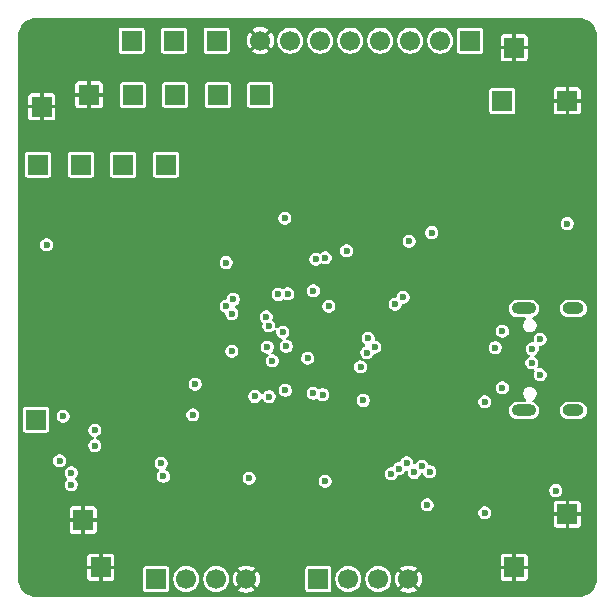
<source format=gbr>
%TF.GenerationSoftware,KiCad,Pcbnew,9.0.5*%
%TF.CreationDate,2026-01-02T01:02:28-05:00*%
%TF.ProjectId,fin-prototype,66696e2d-7072-46f7-946f-747970652e6b,rev?*%
%TF.SameCoordinates,Original*%
%TF.FileFunction,Copper,L2,Inr*%
%TF.FilePolarity,Positive*%
%FSLAX46Y46*%
G04 Gerber Fmt 4.6, Leading zero omitted, Abs format (unit mm)*
G04 Created by KiCad (PCBNEW 9.0.5) date 2026-01-02 01:02:28*
%MOMM*%
%LPD*%
G01*
G04 APERTURE LIST*
%TA.AperFunction,ComponentPad*%
%ADD10R,1.700000X1.700000*%
%TD*%
%TA.AperFunction,ComponentPad*%
%ADD11C,1.700000*%
%TD*%
%TA.AperFunction,ComponentPad*%
%ADD12C,4.400000*%
%TD*%
%TA.AperFunction,HeatsinkPad*%
%ADD13O,2.100000X1.000000*%
%TD*%
%TA.AperFunction,HeatsinkPad*%
%ADD14O,1.800000X1.000000*%
%TD*%
%TA.AperFunction,ViaPad*%
%ADD15C,0.600000*%
%TD*%
G04 APERTURE END LIST*
D10*
%TO.N,PA8*%
%TO.C,J7*%
X136000000Y-56500000D03*
%TD*%
%TO.N,+3.3V*%
%TO.C,J2*%
X106690000Y-97000000D03*
D11*
%TO.N,GAUGE1_IN_P*%
X109230000Y-97000000D03*
X111770000Y-97000000D03*
%TO.N,GND*%
X114310000Y-97000000D03*
%TD*%
D10*
%TO.N,PC14*%
%TO.C,J15*%
X107500000Y-61900000D03*
%TD*%
D12*
%TO.N,GND*%
%TO.C,H4*%
X97500000Y-96000000D03*
%TD*%
D10*
%TO.N,PA15*%
%TO.C,J8*%
X111800000Y-51400000D03*
%TD*%
%TO.N,GND*%
%TO.C,TP5*%
X101000000Y-56000000D03*
%TD*%
%TO.N,GND*%
%TO.C,TP3*%
X100500000Y-92000000D03*
%TD*%
%TO.N,PA5*%
%TO.C,J6*%
X96700000Y-61900000D03*
%TD*%
%TO.N,GND*%
%TO.C,TP4*%
X137000000Y-96000000D03*
%TD*%
D13*
%TO.N,unconnected-(J1-SHIELD-PadS1)_2*%
%TO.C,J1*%
X137820000Y-82725000D03*
D14*
%TO.N,unconnected-(J1-SHIELD-PadS1)_3*%
X142000000Y-82725000D03*
D13*
%TO.N,unconnected-(J1-SHIELD-PadS1)*%
X137820000Y-74085000D03*
D14*
%TO.N,unconnected-(J1-SHIELD-PadS1)_1*%
X142000000Y-74085000D03*
%TD*%
D10*
%TO.N,PH0*%
%TO.C,J17*%
X104700000Y-56000000D03*
%TD*%
%TO.N,PB2*%
%TO.C,J9*%
X96500000Y-83500000D03*
%TD*%
D12*
%TO.N,GND*%
%TO.C,H3*%
X141500000Y-96000000D03*
%TD*%
D10*
%TO.N,PB4*%
%TO.C,J11*%
X111900000Y-56000000D03*
%TD*%
%TO.N,GND*%
%TO.C,TP7*%
X141500000Y-91500000D03*
%TD*%
%TO.N,GND*%
%TO.C,TP8*%
X102000000Y-96000000D03*
%TD*%
%TO.N,PH1*%
%TO.C,J18*%
X100300000Y-61900000D03*
%TD*%
%TO.N,PB6*%
%TO.C,J12*%
X108200000Y-51400000D03*
%TD*%
D12*
%TO.N,GND*%
%TO.C,H1*%
X97500000Y-52000000D03*
%TD*%
D10*
%TO.N,PB3*%
%TO.C,J10*%
X115500000Y-56000000D03*
%TD*%
%TO.N,GND*%
%TO.C,TP6*%
X141500000Y-56500000D03*
%TD*%
%TO.N,SPI1_MISO*%
%TO.C,J4*%
X133280000Y-51400000D03*
D11*
%TO.N,SPI1_MOSI*%
X130740000Y-51400000D03*
%TO.N,SWDIO*%
X128200000Y-51400000D03*
%TO.N,SWCLK*%
X125660000Y-51400000D03*
%TO.N,~{SPI1_CS}*%
X123120000Y-51400000D03*
%TO.N,SPI1_SCK*%
X120580000Y-51400000D03*
%TO.N,+3.3V*%
X118040000Y-51400000D03*
%TO.N,GND*%
X115500000Y-51400000D03*
%TD*%
D10*
%TO.N,+3.3V*%
%TO.C,J3*%
X120420000Y-97000000D03*
D11*
%TO.N,GAUGE2_IN_P*%
X122960000Y-97000000D03*
X125500000Y-97000000D03*
%TO.N,GND*%
X128040000Y-97000000D03*
%TD*%
D10*
%TO.N,PC15*%
%TO.C,J16*%
X103900000Y-61900000D03*
%TD*%
%TO.N,PC13*%
%TO.C,J14*%
X104600000Y-51400000D03*
%TD*%
D12*
%TO.N,GND*%
%TO.C,H2*%
X141500000Y-52000000D03*
%TD*%
D10*
%TO.N,GND*%
%TO.C,TP1*%
X137000000Y-52000000D03*
%TD*%
%TO.N,GND*%
%TO.C,TP2*%
X97000000Y-57000000D03*
%TD*%
%TO.N,PB7*%
%TO.C,J13*%
X108300000Y-56000000D03*
%TD*%
D15*
%TO.N,GND*%
X112600000Y-67400000D03*
X110200000Y-68000000D03*
X119600000Y-61800000D03*
X123400000Y-71900000D03*
X132000000Y-67300002D03*
X108600000Y-77200000D03*
X136000000Y-82000000D03*
X117420778Y-74500000D03*
X105700000Y-80500000D03*
X120600000Y-78300000D03*
X131800000Y-81600000D03*
X134300000Y-72600000D03*
X136000000Y-74600000D03*
X134400000Y-70900000D03*
%TO.N,+3.3V*%
X98500000Y-87000000D03*
X134500000Y-82000000D03*
X121000000Y-88700000D03*
X141500000Y-66900000D03*
X140500000Y-89500000D03*
X114564314Y-88464314D03*
X117400000Y-76099000D03*
X124225735Y-81874265D03*
X112600764Y-70199236D03*
X97400000Y-68700000D03*
X134500000Y-91400000D03*
X110000000Y-80500000D03*
X128100000Y-68400000D03*
%TO.N,Net-(D5-A)*%
X136000000Y-80800000D03*
X136000000Y-76000000D03*
%TO.N,Net-(J1-CC2)*%
X139200000Y-76700000D03*
%TO.N,USB_D-*%
X135400000Y-77400000D03*
%TO.N,USB_D+*%
X138520444Y-77500000D03*
X138500000Y-78700000D03*
%TO.N,Net-(J1-CC1)*%
X139200000Y-79700000D03*
%TO.N,~{SPI1_CS}*%
X122800000Y-69200000D03*
X121300000Y-73900000D03*
X116524419Y-78524767D03*
X117700000Y-77300000D03*
%TO.N,SPI1_SCK*%
X117571715Y-66428285D03*
X113100000Y-77700000D03*
%TO.N,AVBAY_SYNC*%
X120791962Y-81388137D03*
X99500000Y-89000000D03*
%TO.N,SIGNAL*%
X120000000Y-81275000D03*
X99500000Y-88000000D03*
%TO.N,PA5*%
X115036765Y-81536765D03*
%TO.N,PA8*%
X126924265Y-73724265D03*
%TO.N,PA15*%
X121000000Y-69800000D03*
%TO.N,PB2*%
X119500000Y-78300000D03*
%TO.N,PB3*%
X120208038Y-69913137D03*
%TO.N,PB4*%
X120000000Y-72600000D03*
%TO.N,PC13*%
X113212500Y-73312500D03*
%TO.N,PC14*%
X112600000Y-73900000D03*
%TO.N,PC15*%
X113099758Y-74524697D03*
%TO.N,PH0*%
X116000000Y-74800000D03*
%TO.N,PH1*%
X116219778Y-75569222D03*
%TO.N,SPI2_SCK*%
X128525000Y-87975000D03*
X124525000Y-77825000D03*
%TO.N,SPI2_MISO*%
X125173545Y-77356606D03*
X129175000Y-87425000D03*
%TO.N,SPI2_MOSI*%
X129825000Y-87900000D03*
X124624641Y-76624000D03*
%TO.N,~{ADC_CS}*%
X123986765Y-79038235D03*
X127236742Y-87641925D03*
%TO.N,TIM2_CH1*%
X116100000Y-77350000D03*
X129625000Y-90725000D03*
%TO.N,ADC_~{SYNC}{slash}~{RST}*%
X117000000Y-72900000D03*
X126577566Y-88095236D03*
%TO.N,~{ADC_DRDY}*%
X117810244Y-72861714D03*
X127882413Y-87169577D03*
%TO.N,QSPI_IO0*%
X107300000Y-88300000D03*
%TO.N,QSPI_IO1*%
X101500000Y-84400000D03*
X116249632Y-81549632D03*
%TO.N,QSPI_IO2*%
X117623897Y-81023897D03*
X101500000Y-85700000D03*
%TO.N,QSPI_IO3*%
X109800000Y-83100000D03*
%TO.N,~{FLASH_CS}*%
X98800000Y-83200000D03*
%TO.N,USART1_RX*%
X129999496Y-67659766D03*
%TO.N,USART1_TX*%
X127600000Y-73124265D03*
%TO.N,QSPI_SCK*%
X107100000Y-87200000D03*
%TD*%
%TA.AperFunction,Conductor*%
%TO.N,GND*%
G36*
X142504418Y-49500816D02*
G01*
X142704561Y-49515130D01*
X142722063Y-49517647D01*
X142913797Y-49559355D01*
X142930755Y-49564334D01*
X143114609Y-49632909D01*
X143130701Y-49640259D01*
X143302904Y-49734288D01*
X143317784Y-49743849D01*
X143474867Y-49861441D01*
X143488237Y-49873027D01*
X143626972Y-50011762D01*
X143638558Y-50025132D01*
X143756146Y-50182210D01*
X143765711Y-50197095D01*
X143859740Y-50369298D01*
X143867090Y-50385390D01*
X143935662Y-50569236D01*
X143940646Y-50586212D01*
X143982351Y-50777931D01*
X143984869Y-50795442D01*
X143992220Y-50898211D01*
X143997894Y-50977552D01*
X143999184Y-50995580D01*
X143999500Y-51004427D01*
X143999500Y-96995572D01*
X143999184Y-97004419D01*
X143984869Y-97204557D01*
X143982351Y-97222068D01*
X143940646Y-97413787D01*
X143935662Y-97430763D01*
X143867090Y-97614609D01*
X143859740Y-97630701D01*
X143765711Y-97802904D01*
X143756146Y-97817789D01*
X143638558Y-97974867D01*
X143626972Y-97988237D01*
X143488237Y-98126972D01*
X143474867Y-98138558D01*
X143317789Y-98256146D01*
X143302904Y-98265711D01*
X143130701Y-98359740D01*
X143114609Y-98367090D01*
X142930763Y-98435662D01*
X142913787Y-98440646D01*
X142722068Y-98482351D01*
X142704557Y-98484869D01*
X142523779Y-98497799D01*
X142504417Y-98499184D01*
X142495572Y-98499500D01*
X96504428Y-98499500D01*
X96495582Y-98499184D01*
X96473622Y-98497613D01*
X96295442Y-98484869D01*
X96277931Y-98482351D01*
X96086212Y-98440646D01*
X96069236Y-98435662D01*
X95885390Y-98367090D01*
X95869298Y-98359740D01*
X95697095Y-98265711D01*
X95682210Y-98256146D01*
X95525132Y-98138558D01*
X95511762Y-98126972D01*
X95373027Y-97988237D01*
X95361441Y-97974867D01*
X95336262Y-97941232D01*
X95243849Y-97817784D01*
X95234288Y-97802904D01*
X95140259Y-97630701D01*
X95132909Y-97614609D01*
X95118802Y-97576788D01*
X95064334Y-97430755D01*
X95059355Y-97413797D01*
X95017647Y-97222063D01*
X95015130Y-97204556D01*
X95006694Y-97086611D01*
X95000816Y-97004418D01*
X95000500Y-96995572D01*
X95000500Y-95105205D01*
X100850000Y-95105205D01*
X100850000Y-95850000D01*
X101522555Y-95850000D01*
X101500000Y-95934174D01*
X101500000Y-96065826D01*
X101522555Y-96150000D01*
X100850001Y-96150000D01*
X100850001Y-96894785D01*
X100850002Y-96894808D01*
X100852908Y-96919869D01*
X100852909Y-96919873D01*
X100898211Y-97022474D01*
X100898214Y-97022479D01*
X100977520Y-97101785D01*
X100977525Y-97101788D01*
X101080123Y-97147089D01*
X101105206Y-97149999D01*
X101849999Y-97149999D01*
X101850000Y-97149998D01*
X101850000Y-96477445D01*
X101934174Y-96500000D01*
X102065826Y-96500000D01*
X102150000Y-96477445D01*
X102150000Y-97149999D01*
X102894786Y-97149999D01*
X102894808Y-97149997D01*
X102919869Y-97147091D01*
X102919873Y-97147090D01*
X103022474Y-97101788D01*
X103022479Y-97101785D01*
X103101785Y-97022479D01*
X103101788Y-97022474D01*
X103147089Y-96919877D01*
X103147089Y-96919875D01*
X103149999Y-96894794D01*
X103150000Y-96894791D01*
X103150000Y-96150000D01*
X102477445Y-96150000D01*
X102484058Y-96125321D01*
X105589500Y-96125321D01*
X105589500Y-97874678D01*
X105604032Y-97947735D01*
X105604033Y-97947739D01*
X105604034Y-97947740D01*
X105659399Y-98030601D01*
X105742260Y-98085966D01*
X105742264Y-98085967D01*
X105815321Y-98100499D01*
X105815324Y-98100500D01*
X105815326Y-98100500D01*
X107564676Y-98100500D01*
X107564677Y-98100499D01*
X107637740Y-98085966D01*
X107720601Y-98030601D01*
X107775966Y-97947740D01*
X107790500Y-97874674D01*
X107790500Y-96913389D01*
X108129500Y-96913389D01*
X108129500Y-97086610D01*
X108149581Y-97213401D01*
X108156598Y-97257701D01*
X108210127Y-97422445D01*
X108288768Y-97576788D01*
X108390586Y-97716928D01*
X108513072Y-97839414D01*
X108653212Y-97941232D01*
X108807555Y-98019873D01*
X108972299Y-98073402D01*
X109143389Y-98100500D01*
X109143390Y-98100500D01*
X109316610Y-98100500D01*
X109316611Y-98100500D01*
X109487701Y-98073402D01*
X109652445Y-98019873D01*
X109806788Y-97941232D01*
X109946928Y-97839414D01*
X110069414Y-97716928D01*
X110171232Y-97576788D01*
X110249873Y-97422445D01*
X110303402Y-97257701D01*
X110330500Y-97086611D01*
X110330500Y-96913389D01*
X110669500Y-96913389D01*
X110669500Y-97086610D01*
X110689581Y-97213401D01*
X110696598Y-97257701D01*
X110750127Y-97422445D01*
X110828768Y-97576788D01*
X110930586Y-97716928D01*
X111053072Y-97839414D01*
X111193212Y-97941232D01*
X111347555Y-98019873D01*
X111512299Y-98073402D01*
X111683389Y-98100500D01*
X111683390Y-98100500D01*
X111856610Y-98100500D01*
X111856611Y-98100500D01*
X112027701Y-98073402D01*
X112192445Y-98019873D01*
X112346788Y-97941232D01*
X112486928Y-97839414D01*
X112609414Y-97716928D01*
X112711232Y-97576788D01*
X112789873Y-97422445D01*
X112843402Y-97257701D01*
X112870500Y-97086611D01*
X112870500Y-96913389D01*
X112869883Y-96909493D01*
X113160000Y-96909493D01*
X113160000Y-97090506D01*
X113188317Y-97269293D01*
X113244251Y-97441444D01*
X113244252Y-97441447D01*
X113326432Y-97602731D01*
X113397424Y-97700442D01*
X113397425Y-97700443D01*
X113866329Y-97231538D01*
X113909901Y-97307007D01*
X114002993Y-97400099D01*
X114078460Y-97443670D01*
X113609555Y-97912574D01*
X113707268Y-97983567D01*
X113868552Y-98065747D01*
X113868555Y-98065748D01*
X114040706Y-98121682D01*
X114219494Y-98150000D01*
X114400506Y-98150000D01*
X114579293Y-98121682D01*
X114751444Y-98065748D01*
X114751447Y-98065747D01*
X114912730Y-97983568D01*
X115010442Y-97912574D01*
X115010443Y-97912574D01*
X114541539Y-97443670D01*
X114617007Y-97400099D01*
X114710099Y-97307007D01*
X114753670Y-97231539D01*
X115222574Y-97700443D01*
X115222574Y-97700442D01*
X115293568Y-97602730D01*
X115375747Y-97441447D01*
X115375748Y-97441444D01*
X115431682Y-97269293D01*
X115460000Y-97090506D01*
X115460000Y-96909493D01*
X115431682Y-96730706D01*
X115375748Y-96558555D01*
X115375747Y-96558552D01*
X115293567Y-96397268D01*
X115222574Y-96299556D01*
X115222574Y-96299555D01*
X114753670Y-96768460D01*
X114710099Y-96692993D01*
X114617007Y-96599901D01*
X114541538Y-96556329D01*
X114972546Y-96125321D01*
X119319500Y-96125321D01*
X119319500Y-97874678D01*
X119334032Y-97947735D01*
X119334033Y-97947739D01*
X119334034Y-97947740D01*
X119389399Y-98030601D01*
X119472260Y-98085966D01*
X119472264Y-98085967D01*
X119545321Y-98100499D01*
X119545324Y-98100500D01*
X119545326Y-98100500D01*
X121294676Y-98100500D01*
X121294677Y-98100499D01*
X121367740Y-98085966D01*
X121450601Y-98030601D01*
X121505966Y-97947740D01*
X121520500Y-97874674D01*
X121520500Y-96913389D01*
X121859500Y-96913389D01*
X121859500Y-97086610D01*
X121879581Y-97213401D01*
X121886598Y-97257701D01*
X121940127Y-97422445D01*
X122018768Y-97576788D01*
X122120586Y-97716928D01*
X122243072Y-97839414D01*
X122383212Y-97941232D01*
X122537555Y-98019873D01*
X122702299Y-98073402D01*
X122873389Y-98100500D01*
X122873390Y-98100500D01*
X123046610Y-98100500D01*
X123046611Y-98100500D01*
X123217701Y-98073402D01*
X123382445Y-98019873D01*
X123536788Y-97941232D01*
X123676928Y-97839414D01*
X123799414Y-97716928D01*
X123901232Y-97576788D01*
X123979873Y-97422445D01*
X124033402Y-97257701D01*
X124060500Y-97086611D01*
X124060500Y-96913389D01*
X124399500Y-96913389D01*
X124399500Y-97086610D01*
X124419581Y-97213401D01*
X124426598Y-97257701D01*
X124480127Y-97422445D01*
X124558768Y-97576788D01*
X124660586Y-97716928D01*
X124783072Y-97839414D01*
X124923212Y-97941232D01*
X125077555Y-98019873D01*
X125242299Y-98073402D01*
X125413389Y-98100500D01*
X125413390Y-98100500D01*
X125586610Y-98100500D01*
X125586611Y-98100500D01*
X125757701Y-98073402D01*
X125922445Y-98019873D01*
X126076788Y-97941232D01*
X126216928Y-97839414D01*
X126339414Y-97716928D01*
X126441232Y-97576788D01*
X126519873Y-97422445D01*
X126573402Y-97257701D01*
X126600500Y-97086611D01*
X126600500Y-96913389D01*
X126599883Y-96909493D01*
X126890000Y-96909493D01*
X126890000Y-97090506D01*
X126918317Y-97269293D01*
X126974251Y-97441444D01*
X126974252Y-97441447D01*
X127056432Y-97602731D01*
X127127424Y-97700442D01*
X127127425Y-97700443D01*
X127596329Y-97231538D01*
X127639901Y-97307007D01*
X127732993Y-97400099D01*
X127808460Y-97443670D01*
X127339555Y-97912574D01*
X127437268Y-97983567D01*
X127598552Y-98065747D01*
X127598555Y-98065748D01*
X127770706Y-98121682D01*
X127949494Y-98150000D01*
X128130506Y-98150000D01*
X128309293Y-98121682D01*
X128481444Y-98065748D01*
X128481447Y-98065747D01*
X128642730Y-97983568D01*
X128740442Y-97912574D01*
X128740443Y-97912574D01*
X128271539Y-97443670D01*
X128347007Y-97400099D01*
X128440099Y-97307007D01*
X128483670Y-97231538D01*
X128952574Y-97700443D01*
X128952574Y-97700442D01*
X129023568Y-97602730D01*
X129105747Y-97441447D01*
X129105748Y-97441444D01*
X129161682Y-97269293D01*
X129190000Y-97090506D01*
X129190000Y-96909493D01*
X129161682Y-96730706D01*
X129105748Y-96558555D01*
X129105747Y-96558552D01*
X129023567Y-96397268D01*
X128952574Y-96299556D01*
X128952574Y-96299555D01*
X128483670Y-96768460D01*
X128440099Y-96692993D01*
X128347007Y-96599901D01*
X128271538Y-96556329D01*
X128740442Y-96087425D01*
X128740442Y-96087424D01*
X128642731Y-96016432D01*
X128481447Y-95934252D01*
X128481444Y-95934251D01*
X128309293Y-95878317D01*
X128130506Y-95850000D01*
X127949494Y-95850000D01*
X127770706Y-95878317D01*
X127598555Y-95934251D01*
X127598552Y-95934252D01*
X127437265Y-96016434D01*
X127339556Y-96087423D01*
X127339556Y-96087425D01*
X127808461Y-96556329D01*
X127732993Y-96599901D01*
X127639901Y-96692993D01*
X127596329Y-96768460D01*
X127127425Y-96299556D01*
X127127423Y-96299556D01*
X127056434Y-96397265D01*
X126974252Y-96558552D01*
X126974251Y-96558555D01*
X126918317Y-96730706D01*
X126890000Y-96909493D01*
X126599883Y-96909493D01*
X126573402Y-96742299D01*
X126519873Y-96577555D01*
X126441232Y-96423212D01*
X126339414Y-96283072D01*
X126216928Y-96160586D01*
X126076788Y-96058768D01*
X125922445Y-95980127D01*
X125757701Y-95926598D01*
X125757699Y-95926597D01*
X125757698Y-95926597D01*
X125626271Y-95905781D01*
X125586611Y-95899500D01*
X125413389Y-95899500D01*
X125373728Y-95905781D01*
X125242302Y-95926597D01*
X125077552Y-95980128D01*
X124923211Y-96058768D01*
X124883769Y-96087425D01*
X124783072Y-96160586D01*
X124783070Y-96160588D01*
X124783069Y-96160588D01*
X124660588Y-96283069D01*
X124660588Y-96283070D01*
X124660586Y-96283072D01*
X124648610Y-96299556D01*
X124558768Y-96423211D01*
X124480128Y-96577552D01*
X124426597Y-96742302D01*
X124399500Y-96913389D01*
X124060500Y-96913389D01*
X124033402Y-96742299D01*
X123979873Y-96577555D01*
X123901232Y-96423212D01*
X123799414Y-96283072D01*
X123676928Y-96160586D01*
X123536788Y-96058768D01*
X123382445Y-95980127D01*
X123217701Y-95926598D01*
X123217699Y-95926597D01*
X123217698Y-95926597D01*
X123086271Y-95905781D01*
X123046611Y-95899500D01*
X122873389Y-95899500D01*
X122833728Y-95905781D01*
X122702302Y-95926597D01*
X122537552Y-95980128D01*
X122383211Y-96058768D01*
X122343769Y-96087425D01*
X122243072Y-96160586D01*
X122243070Y-96160588D01*
X122243069Y-96160588D01*
X122120588Y-96283069D01*
X122120588Y-96283070D01*
X122120586Y-96283072D01*
X122108610Y-96299556D01*
X122018768Y-96423211D01*
X121940128Y-96577552D01*
X121886597Y-96742302D01*
X121859500Y-96913389D01*
X121520500Y-96913389D01*
X121520500Y-96125326D01*
X121520500Y-96125323D01*
X121520499Y-96125321D01*
X121505967Y-96052264D01*
X121505966Y-96052260D01*
X121482028Y-96016434D01*
X121450601Y-95969399D01*
X121367740Y-95914034D01*
X121367739Y-95914033D01*
X121367735Y-95914032D01*
X121294677Y-95899500D01*
X121294674Y-95899500D01*
X119545326Y-95899500D01*
X119545323Y-95899500D01*
X119472264Y-95914032D01*
X119472260Y-95914033D01*
X119389399Y-95969399D01*
X119334033Y-96052260D01*
X119334032Y-96052264D01*
X119319500Y-96125321D01*
X114972546Y-96125321D01*
X115010442Y-96087425D01*
X115010442Y-96087424D01*
X114912731Y-96016432D01*
X114751447Y-95934252D01*
X114751444Y-95934251D01*
X114579293Y-95878317D01*
X114400506Y-95850000D01*
X114219494Y-95850000D01*
X114040706Y-95878317D01*
X113868555Y-95934251D01*
X113868552Y-95934252D01*
X113707265Y-96016434D01*
X113609556Y-96087423D01*
X113609556Y-96087425D01*
X114078461Y-96556329D01*
X114002993Y-96599901D01*
X113909901Y-96692993D01*
X113866329Y-96768460D01*
X113397425Y-96299556D01*
X113397423Y-96299556D01*
X113326434Y-96397265D01*
X113244252Y-96558552D01*
X113244251Y-96558555D01*
X113188317Y-96730706D01*
X113160000Y-96909493D01*
X112869883Y-96909493D01*
X112843402Y-96742299D01*
X112789873Y-96577555D01*
X112711232Y-96423212D01*
X112609414Y-96283072D01*
X112486928Y-96160586D01*
X112346788Y-96058768D01*
X112192445Y-95980127D01*
X112027701Y-95926598D01*
X112027699Y-95926597D01*
X112027698Y-95926597D01*
X111896271Y-95905781D01*
X111856611Y-95899500D01*
X111683389Y-95899500D01*
X111643728Y-95905781D01*
X111512302Y-95926597D01*
X111347552Y-95980128D01*
X111193211Y-96058768D01*
X111153769Y-96087425D01*
X111053072Y-96160586D01*
X111053070Y-96160588D01*
X111053069Y-96160588D01*
X110930588Y-96283069D01*
X110930588Y-96283070D01*
X110930586Y-96283072D01*
X110918610Y-96299556D01*
X110828768Y-96423211D01*
X110750128Y-96577552D01*
X110696597Y-96742302D01*
X110669500Y-96913389D01*
X110330500Y-96913389D01*
X110303402Y-96742299D01*
X110249873Y-96577555D01*
X110171232Y-96423212D01*
X110069414Y-96283072D01*
X109946928Y-96160586D01*
X109806788Y-96058768D01*
X109652445Y-95980127D01*
X109487701Y-95926598D01*
X109487699Y-95926597D01*
X109487698Y-95926597D01*
X109356271Y-95905781D01*
X109316611Y-95899500D01*
X109143389Y-95899500D01*
X109103728Y-95905781D01*
X108972302Y-95926597D01*
X108807552Y-95980128D01*
X108653211Y-96058768D01*
X108613769Y-96087425D01*
X108513072Y-96160586D01*
X108513070Y-96160588D01*
X108513069Y-96160588D01*
X108390588Y-96283069D01*
X108390588Y-96283070D01*
X108390586Y-96283072D01*
X108378610Y-96299556D01*
X108288768Y-96423211D01*
X108210128Y-96577552D01*
X108156597Y-96742302D01*
X108129500Y-96913389D01*
X107790500Y-96913389D01*
X107790500Y-96125326D01*
X107790500Y-96125323D01*
X107790499Y-96125321D01*
X107775967Y-96052264D01*
X107775966Y-96052260D01*
X107752028Y-96016434D01*
X107720601Y-95969399D01*
X107637740Y-95914034D01*
X107637739Y-95914033D01*
X107637735Y-95914032D01*
X107564677Y-95899500D01*
X107564674Y-95899500D01*
X105815326Y-95899500D01*
X105815323Y-95899500D01*
X105742264Y-95914032D01*
X105742260Y-95914033D01*
X105659399Y-95969399D01*
X105604033Y-96052260D01*
X105604032Y-96052264D01*
X105589500Y-96125321D01*
X102484058Y-96125321D01*
X102500000Y-96065826D01*
X102500000Y-95934174D01*
X102477445Y-95850000D01*
X103149999Y-95850000D01*
X103149999Y-95105205D01*
X135850000Y-95105205D01*
X135850000Y-95850000D01*
X136522555Y-95850000D01*
X136500000Y-95934174D01*
X136500000Y-96065826D01*
X136522555Y-96150000D01*
X135850001Y-96150000D01*
X135850001Y-96894785D01*
X135850002Y-96894808D01*
X135852908Y-96919869D01*
X135852909Y-96919873D01*
X135898211Y-97022474D01*
X135898214Y-97022479D01*
X135977520Y-97101785D01*
X135977525Y-97101788D01*
X136080123Y-97147089D01*
X136105206Y-97149999D01*
X136849999Y-97149999D01*
X136850000Y-97149998D01*
X136850000Y-96477445D01*
X136934174Y-96500000D01*
X137065826Y-96500000D01*
X137150000Y-96477445D01*
X137150000Y-97149999D01*
X137894786Y-97149999D01*
X137894808Y-97149997D01*
X137919869Y-97147091D01*
X137919873Y-97147090D01*
X138022474Y-97101788D01*
X138022479Y-97101785D01*
X138101785Y-97022479D01*
X138101788Y-97022474D01*
X138147089Y-96919877D01*
X138147089Y-96919875D01*
X138149999Y-96894794D01*
X138150000Y-96894791D01*
X138150000Y-96150000D01*
X137477445Y-96150000D01*
X137500000Y-96065826D01*
X137500000Y-95934174D01*
X137477445Y-95850000D01*
X138149999Y-95850000D01*
X138149999Y-95105214D01*
X138149997Y-95105191D01*
X138147091Y-95080130D01*
X138147090Y-95080126D01*
X138101788Y-94977525D01*
X138101785Y-94977520D01*
X138022479Y-94898214D01*
X138022474Y-94898211D01*
X137919876Y-94852910D01*
X137894794Y-94850000D01*
X137150000Y-94850000D01*
X137150000Y-95522554D01*
X137065826Y-95500000D01*
X136934174Y-95500000D01*
X136850000Y-95522554D01*
X136850000Y-94850000D01*
X136105214Y-94850000D01*
X136105191Y-94850002D01*
X136080130Y-94852908D01*
X136080126Y-94852909D01*
X135977525Y-94898211D01*
X135977520Y-94898214D01*
X135898214Y-94977520D01*
X135898211Y-94977525D01*
X135852910Y-95080122D01*
X135852910Y-95080124D01*
X135850000Y-95105205D01*
X103149999Y-95105205D01*
X103149999Y-95105202D01*
X103147091Y-95080130D01*
X103147090Y-95080126D01*
X103101788Y-94977525D01*
X103101785Y-94977520D01*
X103022479Y-94898214D01*
X103022474Y-94898211D01*
X102919876Y-94852910D01*
X102894794Y-94850000D01*
X102150000Y-94850000D01*
X102150000Y-95522554D01*
X102065826Y-95500000D01*
X101934174Y-95500000D01*
X101850000Y-95522554D01*
X101850000Y-94850000D01*
X101105214Y-94850000D01*
X101105191Y-94850002D01*
X101080130Y-94852908D01*
X101080126Y-94852909D01*
X100977525Y-94898211D01*
X100977520Y-94898214D01*
X100898214Y-94977520D01*
X100898211Y-94977525D01*
X100852910Y-95080122D01*
X100852910Y-95080124D01*
X100850000Y-95105205D01*
X95000500Y-95105205D01*
X95000500Y-91105205D01*
X99350000Y-91105205D01*
X99350000Y-91850000D01*
X100022555Y-91850000D01*
X100000000Y-91934174D01*
X100000000Y-92065826D01*
X100022555Y-92150000D01*
X99350001Y-92150000D01*
X99350001Y-92894785D01*
X99350002Y-92894808D01*
X99352908Y-92919869D01*
X99352909Y-92919873D01*
X99398211Y-93022474D01*
X99398214Y-93022479D01*
X99477520Y-93101785D01*
X99477525Y-93101788D01*
X99580123Y-93147089D01*
X99605206Y-93149999D01*
X100349999Y-93149999D01*
X100350000Y-93149998D01*
X100350000Y-92477445D01*
X100434174Y-92500000D01*
X100565826Y-92500000D01*
X100650000Y-92477445D01*
X100650000Y-93149999D01*
X101394786Y-93149999D01*
X101394808Y-93149997D01*
X101419869Y-93147091D01*
X101419873Y-93147090D01*
X101522474Y-93101788D01*
X101522479Y-93101785D01*
X101601785Y-93022479D01*
X101601788Y-93022474D01*
X101647089Y-92919877D01*
X101647089Y-92919875D01*
X101649999Y-92894794D01*
X101650000Y-92894791D01*
X101650000Y-92150000D01*
X100977445Y-92150000D01*
X101000000Y-92065826D01*
X101000000Y-91934174D01*
X100977445Y-91850000D01*
X101649999Y-91850000D01*
X101649999Y-91327525D01*
X133949500Y-91327525D01*
X133949500Y-91472475D01*
X133983644Y-91599901D01*
X133987017Y-91612488D01*
X134059488Y-91738011D01*
X134059490Y-91738013D01*
X134059491Y-91738015D01*
X134161985Y-91840509D01*
X134161986Y-91840510D01*
X134161988Y-91840511D01*
X134287511Y-91912982D01*
X134287512Y-91912982D01*
X134287515Y-91912984D01*
X134427525Y-91950500D01*
X134427528Y-91950500D01*
X134572472Y-91950500D01*
X134572475Y-91950500D01*
X134712485Y-91912984D01*
X134838015Y-91840509D01*
X134940509Y-91738015D01*
X135012984Y-91612485D01*
X135050500Y-91472475D01*
X135050500Y-91327525D01*
X135012984Y-91187515D01*
X134965467Y-91105214D01*
X134940511Y-91061988D01*
X134940506Y-91061982D01*
X134838017Y-90959493D01*
X134838011Y-90959488D01*
X134712488Y-90887017D01*
X134712489Y-90887017D01*
X134701006Y-90883940D01*
X134572475Y-90849500D01*
X134427525Y-90849500D01*
X134298993Y-90883940D01*
X134287511Y-90887017D01*
X134161988Y-90959488D01*
X134161982Y-90959493D01*
X134059493Y-91061982D01*
X134059488Y-91061988D01*
X133987017Y-91187511D01*
X133987016Y-91187515D01*
X133949500Y-91327525D01*
X101649999Y-91327525D01*
X101649999Y-91105214D01*
X101649997Y-91105191D01*
X101647091Y-91080130D01*
X101647090Y-91080126D01*
X101601788Y-90977525D01*
X101601785Y-90977520D01*
X101522479Y-90898214D01*
X101522474Y-90898211D01*
X101419876Y-90852910D01*
X101394794Y-90850000D01*
X100650000Y-90850000D01*
X100650000Y-91522554D01*
X100565826Y-91500000D01*
X100434174Y-91500000D01*
X100350000Y-91522554D01*
X100350000Y-90850000D01*
X99605214Y-90850000D01*
X99605191Y-90850002D01*
X99580130Y-90852908D01*
X99580126Y-90852909D01*
X99477525Y-90898211D01*
X99477520Y-90898214D01*
X99398214Y-90977520D01*
X99398211Y-90977525D01*
X99352910Y-91080122D01*
X99352910Y-91080124D01*
X99350000Y-91105205D01*
X95000500Y-91105205D01*
X95000500Y-90652525D01*
X129074500Y-90652525D01*
X129074500Y-90797475D01*
X129112016Y-90937485D01*
X129112017Y-90937488D01*
X129184488Y-91063011D01*
X129184490Y-91063013D01*
X129184491Y-91063015D01*
X129286985Y-91165509D01*
X129286986Y-91165510D01*
X129286988Y-91165511D01*
X129412511Y-91237982D01*
X129412512Y-91237982D01*
X129412515Y-91237984D01*
X129552525Y-91275500D01*
X129552528Y-91275500D01*
X129697472Y-91275500D01*
X129697475Y-91275500D01*
X129837485Y-91237984D01*
X129963015Y-91165509D01*
X130065509Y-91063015D01*
X130137984Y-90937485D01*
X130175500Y-90797475D01*
X130175500Y-90652525D01*
X130162820Y-90605205D01*
X140350000Y-90605205D01*
X140350000Y-91350000D01*
X141022555Y-91350000D01*
X141000000Y-91434174D01*
X141000000Y-91565826D01*
X141022555Y-91650000D01*
X140350001Y-91650000D01*
X140350001Y-92394785D01*
X140350002Y-92394808D01*
X140352908Y-92419869D01*
X140352909Y-92419873D01*
X140398211Y-92522474D01*
X140398214Y-92522479D01*
X140477520Y-92601785D01*
X140477525Y-92601788D01*
X140580123Y-92647089D01*
X140605206Y-92649999D01*
X141349999Y-92649999D01*
X141350000Y-92649998D01*
X141350000Y-91977445D01*
X141434174Y-92000000D01*
X141565826Y-92000000D01*
X141650000Y-91977445D01*
X141650000Y-92649999D01*
X142394786Y-92649999D01*
X142394808Y-92649997D01*
X142419869Y-92647091D01*
X142419873Y-92647090D01*
X142522474Y-92601788D01*
X142522479Y-92601785D01*
X142601785Y-92522479D01*
X142601788Y-92522474D01*
X142647089Y-92419877D01*
X142647089Y-92419875D01*
X142649999Y-92394794D01*
X142650000Y-92394791D01*
X142650000Y-91650000D01*
X141977445Y-91650000D01*
X142000000Y-91565826D01*
X142000000Y-91434174D01*
X141977445Y-91350000D01*
X142649999Y-91350000D01*
X142649999Y-90605214D01*
X142649997Y-90605191D01*
X142647091Y-90580130D01*
X142647090Y-90580126D01*
X142601788Y-90477525D01*
X142601785Y-90477520D01*
X142522479Y-90398214D01*
X142522474Y-90398211D01*
X142419876Y-90352910D01*
X142394794Y-90350000D01*
X141650000Y-90350000D01*
X141650000Y-91022554D01*
X141565826Y-91000000D01*
X141434174Y-91000000D01*
X141350000Y-91022554D01*
X141350000Y-90350000D01*
X140605214Y-90350000D01*
X140605191Y-90350002D01*
X140580130Y-90352908D01*
X140580126Y-90352909D01*
X140477525Y-90398211D01*
X140477520Y-90398214D01*
X140398214Y-90477520D01*
X140398211Y-90477525D01*
X140352910Y-90580122D01*
X140352910Y-90580124D01*
X140350000Y-90605205D01*
X130162820Y-90605205D01*
X130137984Y-90512515D01*
X130117782Y-90477525D01*
X130065511Y-90386988D01*
X130065506Y-90386982D01*
X129963017Y-90284493D01*
X129963011Y-90284488D01*
X129837488Y-90212017D01*
X129837489Y-90212017D01*
X129826006Y-90208940D01*
X129697475Y-90174500D01*
X129552525Y-90174500D01*
X129423993Y-90208940D01*
X129412511Y-90212017D01*
X129286988Y-90284488D01*
X129286982Y-90284493D01*
X129184493Y-90386982D01*
X129184488Y-90386988D01*
X129112017Y-90512511D01*
X129112016Y-90512515D01*
X129074500Y-90652525D01*
X95000500Y-90652525D01*
X95000500Y-87927525D01*
X98949500Y-87927525D01*
X98949500Y-88072475D01*
X98980192Y-88187016D01*
X98987017Y-88212488D01*
X99059488Y-88338011D01*
X99059493Y-88338017D01*
X99133795Y-88412319D01*
X99167280Y-88473642D01*
X99162296Y-88543334D01*
X99133795Y-88587681D01*
X99059493Y-88661982D01*
X99059488Y-88661988D01*
X98987017Y-88787511D01*
X98987016Y-88787515D01*
X98949500Y-88927525D01*
X98949500Y-89072475D01*
X98987016Y-89212485D01*
X98987017Y-89212488D01*
X99059488Y-89338011D01*
X99059490Y-89338013D01*
X99059491Y-89338015D01*
X99161985Y-89440509D01*
X99161986Y-89440510D01*
X99161988Y-89440511D01*
X99287511Y-89512982D01*
X99287512Y-89512982D01*
X99287515Y-89512984D01*
X99427525Y-89550500D01*
X99427528Y-89550500D01*
X99572472Y-89550500D01*
X99572475Y-89550500D01*
X99712485Y-89512984D01*
X99838015Y-89440509D01*
X99850999Y-89427525D01*
X139949500Y-89427525D01*
X139949500Y-89572475D01*
X139987016Y-89712485D01*
X139987017Y-89712488D01*
X140059488Y-89838011D01*
X140059490Y-89838013D01*
X140059491Y-89838015D01*
X140161985Y-89940509D01*
X140161986Y-89940510D01*
X140161988Y-89940511D01*
X140287511Y-90012982D01*
X140287512Y-90012982D01*
X140287515Y-90012984D01*
X140427525Y-90050500D01*
X140427528Y-90050500D01*
X140572472Y-90050500D01*
X140572475Y-90050500D01*
X140712485Y-90012984D01*
X140838015Y-89940509D01*
X140940509Y-89838015D01*
X141012984Y-89712485D01*
X141050500Y-89572475D01*
X141050500Y-89427525D01*
X141012984Y-89287515D01*
X140991613Y-89250500D01*
X140940511Y-89161988D01*
X140940506Y-89161982D01*
X140838017Y-89059493D01*
X140838011Y-89059488D01*
X140712488Y-88987017D01*
X140712489Y-88987017D01*
X140676217Y-88977298D01*
X140572475Y-88949500D01*
X140427525Y-88949500D01*
X140323783Y-88977298D01*
X140287511Y-88987017D01*
X140161988Y-89059488D01*
X140161982Y-89059493D01*
X140059493Y-89161982D01*
X140059488Y-89161988D01*
X139987017Y-89287511D01*
X139987016Y-89287515D01*
X139949500Y-89427525D01*
X99850999Y-89427525D01*
X99940509Y-89338015D01*
X100012984Y-89212485D01*
X100050500Y-89072475D01*
X100050500Y-88927525D01*
X100012984Y-88787515D01*
X99985843Y-88740506D01*
X99940511Y-88661988D01*
X99940506Y-88661982D01*
X99866205Y-88587681D01*
X99832720Y-88526358D01*
X99837704Y-88456666D01*
X99866205Y-88412319D01*
X99886685Y-88391839D01*
X99940509Y-88338015D01*
X100012984Y-88212485D01*
X100050500Y-88072475D01*
X100050500Y-87927525D01*
X100012984Y-87787515D01*
X100012647Y-87786932D01*
X99940511Y-87661988D01*
X99940506Y-87661982D01*
X99838017Y-87559493D01*
X99838011Y-87559488D01*
X99712488Y-87487017D01*
X99712489Y-87487017D01*
X99701006Y-87483940D01*
X99572475Y-87449500D01*
X99427525Y-87449500D01*
X99298993Y-87483940D01*
X99287511Y-87487017D01*
X99161988Y-87559488D01*
X99161982Y-87559493D01*
X99059493Y-87661982D01*
X99059488Y-87661988D01*
X98987017Y-87787511D01*
X98987016Y-87787515D01*
X98949500Y-87927525D01*
X95000500Y-87927525D01*
X95000500Y-86927525D01*
X97949500Y-86927525D01*
X97949500Y-87072475D01*
X97969351Y-87146558D01*
X97987017Y-87212488D01*
X98059488Y-87338011D01*
X98059490Y-87338013D01*
X98059491Y-87338015D01*
X98161985Y-87440509D01*
X98161986Y-87440510D01*
X98161988Y-87440511D01*
X98287511Y-87512982D01*
X98287512Y-87512982D01*
X98287515Y-87512984D01*
X98427525Y-87550500D01*
X98427528Y-87550500D01*
X98572472Y-87550500D01*
X98572475Y-87550500D01*
X98712485Y-87512984D01*
X98838015Y-87440509D01*
X98940509Y-87338015D01*
X99012984Y-87212485D01*
X99035749Y-87127525D01*
X106549500Y-87127525D01*
X106549500Y-87272475D01*
X106578864Y-87382062D01*
X106587017Y-87412488D01*
X106659488Y-87538011D01*
X106659490Y-87538013D01*
X106659491Y-87538015D01*
X106761985Y-87640509D01*
X106809182Y-87667758D01*
X106887659Y-87713067D01*
X106935875Y-87763634D01*
X106949098Y-87832241D01*
X106923130Y-87897106D01*
X106913341Y-87908135D01*
X106859488Y-87961988D01*
X106787017Y-88087511D01*
X106787016Y-88087515D01*
X106749500Y-88227525D01*
X106749500Y-88372475D01*
X106780451Y-88487984D01*
X106787017Y-88512488D01*
X106859488Y-88638011D01*
X106859490Y-88638013D01*
X106859491Y-88638015D01*
X106961985Y-88740509D01*
X106961986Y-88740510D01*
X106961988Y-88740511D01*
X107087511Y-88812982D01*
X107087512Y-88812982D01*
X107087515Y-88812984D01*
X107227525Y-88850500D01*
X107227528Y-88850500D01*
X107372472Y-88850500D01*
X107372475Y-88850500D01*
X107512485Y-88812984D01*
X107638015Y-88740509D01*
X107740509Y-88638015D01*
X107812984Y-88512485D01*
X107845311Y-88391839D01*
X114013814Y-88391839D01*
X114013814Y-88536789D01*
X114051330Y-88676799D01*
X114051331Y-88676802D01*
X114123802Y-88802325D01*
X114123804Y-88802327D01*
X114123805Y-88802329D01*
X114226299Y-88904823D01*
X114226300Y-88904824D01*
X114226302Y-88904825D01*
X114351825Y-88977296D01*
X114351826Y-88977296D01*
X114351829Y-88977298D01*
X114491839Y-89014814D01*
X114491842Y-89014814D01*
X114636786Y-89014814D01*
X114636789Y-89014814D01*
X114776799Y-88977298D01*
X114902329Y-88904823D01*
X115004823Y-88802329D01*
X115077298Y-88676799D01*
X115090501Y-88627525D01*
X120449500Y-88627525D01*
X120449500Y-88772475D01*
X120487016Y-88912485D01*
X120487017Y-88912488D01*
X120559488Y-89038011D01*
X120559490Y-89038013D01*
X120559491Y-89038015D01*
X120661985Y-89140509D01*
X120661986Y-89140510D01*
X120661988Y-89140511D01*
X120787511Y-89212982D01*
X120787512Y-89212982D01*
X120787515Y-89212984D01*
X120927525Y-89250500D01*
X120927528Y-89250500D01*
X121072472Y-89250500D01*
X121072475Y-89250500D01*
X121212485Y-89212984D01*
X121338015Y-89140509D01*
X121440509Y-89038015D01*
X121512984Y-88912485D01*
X121550500Y-88772475D01*
X121550500Y-88627525D01*
X121512984Y-88487515D01*
X121504974Y-88473642D01*
X121440511Y-88361988D01*
X121440506Y-88361982D01*
X121338017Y-88259493D01*
X121338011Y-88259488D01*
X121212488Y-88187017D01*
X121212489Y-88187017D01*
X121201006Y-88183940D01*
X121072475Y-88149500D01*
X120927525Y-88149500D01*
X120798993Y-88183940D01*
X120787511Y-88187017D01*
X120661988Y-88259488D01*
X120661982Y-88259493D01*
X120559493Y-88361982D01*
X120559488Y-88361988D01*
X120487017Y-88487511D01*
X120487016Y-88487515D01*
X120449500Y-88627525D01*
X115090501Y-88627525D01*
X115114814Y-88536789D01*
X115114814Y-88391839D01*
X115077298Y-88251829D01*
X115069322Y-88238015D01*
X115004825Y-88126302D01*
X115004820Y-88126296D01*
X114902331Y-88023807D01*
X114902325Y-88023802D01*
X114900522Y-88022761D01*
X126027066Y-88022761D01*
X126027066Y-88167711D01*
X126064582Y-88307721D01*
X126064583Y-88307724D01*
X126137054Y-88433247D01*
X126137056Y-88433249D01*
X126137057Y-88433251D01*
X126239551Y-88535745D01*
X126239552Y-88535746D01*
X126239554Y-88535747D01*
X126365077Y-88608218D01*
X126365078Y-88608218D01*
X126365081Y-88608220D01*
X126505091Y-88645736D01*
X126505094Y-88645736D01*
X126650038Y-88645736D01*
X126650041Y-88645736D01*
X126790051Y-88608220D01*
X126915581Y-88535745D01*
X127018075Y-88433251D01*
X127073062Y-88338011D01*
X127090548Y-88307725D01*
X127090548Y-88307723D01*
X127090550Y-88307721D01*
X127096818Y-88284328D01*
X127133183Y-88224670D01*
X127196030Y-88194142D01*
X127216592Y-88192425D01*
X127309214Y-88192425D01*
X127309217Y-88192425D01*
X127449227Y-88154909D01*
X127574757Y-88082434D01*
X127677251Y-87979940D01*
X127743113Y-87865863D01*
X127793680Y-87817648D01*
X127862287Y-87804425D01*
X127927152Y-87830394D01*
X127967680Y-87887308D01*
X127974500Y-87927864D01*
X127974500Y-88047475D01*
X128011891Y-88187017D01*
X128012017Y-88187488D01*
X128084488Y-88313011D01*
X128084490Y-88313013D01*
X128084491Y-88313015D01*
X128186985Y-88415509D01*
X128186986Y-88415510D01*
X128186988Y-88415511D01*
X128312511Y-88487982D01*
X128312512Y-88487982D01*
X128312515Y-88487984D01*
X128452525Y-88525500D01*
X128452528Y-88525500D01*
X128597472Y-88525500D01*
X128597475Y-88525500D01*
X128737485Y-88487984D01*
X128863015Y-88415509D01*
X128965509Y-88313015D01*
X129037984Y-88187485D01*
X129065274Y-88085636D01*
X129101638Y-88025979D01*
X129164485Y-87995450D01*
X129233861Y-88003745D01*
X129287739Y-88048230D01*
X129304821Y-88085636D01*
X129312016Y-88112485D01*
X129312017Y-88112488D01*
X129384488Y-88238011D01*
X129384490Y-88238013D01*
X129384491Y-88238015D01*
X129486985Y-88340509D01*
X129486986Y-88340510D01*
X129486988Y-88340511D01*
X129612511Y-88412982D01*
X129612512Y-88412982D01*
X129612515Y-88412984D01*
X129752525Y-88450500D01*
X129752528Y-88450500D01*
X129897472Y-88450500D01*
X129897475Y-88450500D01*
X130037485Y-88412984D01*
X130163015Y-88340509D01*
X130265509Y-88238015D01*
X130337984Y-88112485D01*
X130375500Y-87972475D01*
X130375500Y-87827525D01*
X130337984Y-87687515D01*
X130326577Y-87667758D01*
X130265511Y-87561988D01*
X130265506Y-87561982D01*
X130163017Y-87459493D01*
X130163011Y-87459488D01*
X130037488Y-87387017D01*
X130037489Y-87387017D01*
X130026006Y-87383940D01*
X129897475Y-87349500D01*
X129819837Y-87349500D01*
X129752798Y-87329815D01*
X129707043Y-87277011D01*
X129700064Y-87257601D01*
X129687984Y-87212515D01*
X129687968Y-87212488D01*
X129615511Y-87086988D01*
X129615506Y-87086982D01*
X129513017Y-86984493D01*
X129513011Y-86984488D01*
X129387488Y-86912017D01*
X129387489Y-86912017D01*
X129376006Y-86908940D01*
X129247475Y-86874500D01*
X129102525Y-86874500D01*
X128973993Y-86908940D01*
X128962511Y-86912017D01*
X128836988Y-86984488D01*
X128836982Y-86984493D01*
X128734493Y-87086982D01*
X128734491Y-87086985D01*
X128664300Y-87208559D01*
X128613733Y-87256774D01*
X128545125Y-87269996D01*
X128480261Y-87244028D01*
X128439733Y-87187114D01*
X128432913Y-87146558D01*
X128432913Y-87097104D01*
X128432913Y-87097102D01*
X128395397Y-86957092D01*
X128378326Y-86927525D01*
X128322924Y-86831565D01*
X128322919Y-86831559D01*
X128220430Y-86729070D01*
X128220424Y-86729065D01*
X128094901Y-86656594D01*
X128094902Y-86656594D01*
X128068427Y-86649500D01*
X127954888Y-86619077D01*
X127809938Y-86619077D01*
X127696399Y-86649500D01*
X127669924Y-86656594D01*
X127544401Y-86729065D01*
X127544395Y-86729070D01*
X127441906Y-86831559D01*
X127441901Y-86831565D01*
X127369430Y-86957088D01*
X127369429Y-86957092D01*
X127362088Y-86984491D01*
X127358061Y-86999519D01*
X127321695Y-87059179D01*
X127258848Y-87089708D01*
X127238286Y-87091425D01*
X127164267Y-87091425D01*
X127035735Y-87125865D01*
X127024253Y-87128942D01*
X126898730Y-87201413D01*
X126898724Y-87201418D01*
X126796235Y-87303907D01*
X126796230Y-87303913D01*
X126723759Y-87429436D01*
X126723759Y-87429437D01*
X126723758Y-87429439D01*
X126723758Y-87429440D01*
X126717490Y-87452831D01*
X126681126Y-87512490D01*
X126618279Y-87543019D01*
X126597716Y-87544736D01*
X126505091Y-87544736D01*
X126376559Y-87579176D01*
X126365077Y-87582253D01*
X126239554Y-87654724D01*
X126239548Y-87654729D01*
X126137059Y-87757218D01*
X126137054Y-87757224D01*
X126064583Y-87882747D01*
X126064582Y-87882751D01*
X126027066Y-88022761D01*
X114900522Y-88022761D01*
X114776802Y-87951331D01*
X114776803Y-87951331D01*
X114765320Y-87948254D01*
X114636789Y-87913814D01*
X114491839Y-87913814D01*
X114363307Y-87948254D01*
X114351825Y-87951331D01*
X114226302Y-88023802D01*
X114226296Y-88023807D01*
X114123807Y-88126296D01*
X114123802Y-88126302D01*
X114051331Y-88251825D01*
X114051330Y-88251829D01*
X114013814Y-88391839D01*
X107845311Y-88391839D01*
X107850500Y-88372475D01*
X107850500Y-88227525D01*
X107812984Y-88087515D01*
X107810050Y-88082434D01*
X107740511Y-87961988D01*
X107740506Y-87961982D01*
X107638017Y-87859493D01*
X107638015Y-87859491D01*
X107542638Y-87804425D01*
X107512340Y-87786932D01*
X107464124Y-87736365D01*
X107450902Y-87667758D01*
X107476870Y-87602893D01*
X107486643Y-87591880D01*
X107540509Y-87538015D01*
X107612984Y-87412485D01*
X107650500Y-87272475D01*
X107650500Y-87127525D01*
X107612984Y-86987515D01*
X107611239Y-86984493D01*
X107540511Y-86861988D01*
X107540506Y-86861982D01*
X107438017Y-86759493D01*
X107438011Y-86759488D01*
X107312488Y-86687017D01*
X107312489Y-86687017D01*
X107301006Y-86683940D01*
X107172475Y-86649500D01*
X107027525Y-86649500D01*
X106898993Y-86683940D01*
X106887511Y-86687017D01*
X106761988Y-86759488D01*
X106761982Y-86759493D01*
X106659493Y-86861982D01*
X106659488Y-86861988D01*
X106587017Y-86987511D01*
X106582583Y-87004055D01*
X106549500Y-87127525D01*
X99035749Y-87127525D01*
X99050500Y-87072475D01*
X99050500Y-86927525D01*
X99012984Y-86787515D01*
X98996805Y-86759493D01*
X98940511Y-86661988D01*
X98940506Y-86661982D01*
X98838017Y-86559493D01*
X98838011Y-86559488D01*
X98712488Y-86487017D01*
X98712489Y-86487017D01*
X98701006Y-86483940D01*
X98572475Y-86449500D01*
X98427525Y-86449500D01*
X98298993Y-86483940D01*
X98287511Y-86487017D01*
X98161988Y-86559488D01*
X98161982Y-86559493D01*
X98059493Y-86661982D01*
X98059488Y-86661988D01*
X97987017Y-86787511D01*
X97987016Y-86787515D01*
X97949500Y-86927525D01*
X95000500Y-86927525D01*
X95000500Y-82625321D01*
X95399500Y-82625321D01*
X95399500Y-84374678D01*
X95414032Y-84447735D01*
X95414033Y-84447739D01*
X95414034Y-84447740D01*
X95469399Y-84530601D01*
X95552260Y-84585966D01*
X95552264Y-84585967D01*
X95625321Y-84600499D01*
X95625324Y-84600500D01*
X95625326Y-84600500D01*
X97374676Y-84600500D01*
X97374677Y-84600499D01*
X97447740Y-84585966D01*
X97530601Y-84530601D01*
X97585966Y-84447740D01*
X97600500Y-84374674D01*
X97600500Y-84327525D01*
X100949500Y-84327525D01*
X100949500Y-84472475D01*
X100983805Y-84600500D01*
X100987017Y-84612488D01*
X101059488Y-84738011D01*
X101059490Y-84738013D01*
X101059491Y-84738015D01*
X101161985Y-84840509D01*
X101161986Y-84840510D01*
X101161988Y-84840511D01*
X101287511Y-84912982D01*
X101287512Y-84912982D01*
X101287515Y-84912984D01*
X101351861Y-84930225D01*
X101411520Y-84966591D01*
X101442049Y-85029438D01*
X101433754Y-85098813D01*
X101389268Y-85152691D01*
X101351862Y-85169774D01*
X101297516Y-85184336D01*
X101287511Y-85187017D01*
X101161988Y-85259488D01*
X101161982Y-85259493D01*
X101059493Y-85361982D01*
X101059488Y-85361988D01*
X100987017Y-85487511D01*
X100987016Y-85487515D01*
X100949500Y-85627525D01*
X100949500Y-85772475D01*
X100987016Y-85912485D01*
X100987017Y-85912488D01*
X101059488Y-86038011D01*
X101059490Y-86038013D01*
X101059491Y-86038015D01*
X101161985Y-86140509D01*
X101161986Y-86140510D01*
X101161988Y-86140511D01*
X101287511Y-86212982D01*
X101287512Y-86212982D01*
X101287515Y-86212984D01*
X101427525Y-86250500D01*
X101427528Y-86250500D01*
X101572472Y-86250500D01*
X101572475Y-86250500D01*
X101712485Y-86212984D01*
X101838015Y-86140509D01*
X101940509Y-86038015D01*
X102012984Y-85912485D01*
X102050500Y-85772475D01*
X102050500Y-85627525D01*
X102012984Y-85487515D01*
X101940509Y-85361985D01*
X101838015Y-85259491D01*
X101838013Y-85259490D01*
X101838011Y-85259488D01*
X101712488Y-85187017D01*
X101712489Y-85187017D01*
X101706157Y-85185320D01*
X101648137Y-85169773D01*
X101588479Y-85133410D01*
X101557950Y-85070563D01*
X101566245Y-85001187D01*
X101610730Y-84947309D01*
X101648135Y-84930226D01*
X101712485Y-84912984D01*
X101838015Y-84840509D01*
X101940509Y-84738015D01*
X102012984Y-84612485D01*
X102050500Y-84472475D01*
X102050500Y-84327525D01*
X102012984Y-84187515D01*
X101940509Y-84061985D01*
X101838015Y-83959491D01*
X101838013Y-83959490D01*
X101838011Y-83959488D01*
X101712488Y-83887017D01*
X101712489Y-83887017D01*
X101701006Y-83883940D01*
X101572475Y-83849500D01*
X101427525Y-83849500D01*
X101298993Y-83883940D01*
X101287511Y-83887017D01*
X101161988Y-83959488D01*
X101161982Y-83959493D01*
X101059493Y-84061982D01*
X101059488Y-84061988D01*
X100987017Y-84187511D01*
X100987016Y-84187515D01*
X100949500Y-84327525D01*
X97600500Y-84327525D01*
X97600500Y-83127525D01*
X98249500Y-83127525D01*
X98249500Y-83272475D01*
X98287016Y-83412485D01*
X98287017Y-83412488D01*
X98359488Y-83538011D01*
X98359490Y-83538013D01*
X98359491Y-83538015D01*
X98461985Y-83640509D01*
X98461986Y-83640510D01*
X98461988Y-83640511D01*
X98587511Y-83712982D01*
X98587512Y-83712982D01*
X98587515Y-83712984D01*
X98727525Y-83750500D01*
X98727528Y-83750500D01*
X98872472Y-83750500D01*
X98872475Y-83750500D01*
X99012485Y-83712984D01*
X99138015Y-83640509D01*
X99240509Y-83538015D01*
X99312984Y-83412485D01*
X99350500Y-83272475D01*
X99350500Y-83127525D01*
X99323705Y-83027525D01*
X109249500Y-83027525D01*
X109249500Y-83172475D01*
X109285801Y-83307951D01*
X109287017Y-83312488D01*
X109359488Y-83438011D01*
X109359490Y-83438013D01*
X109359491Y-83438015D01*
X109461985Y-83540509D01*
X109461986Y-83540510D01*
X109461988Y-83540511D01*
X109587511Y-83612982D01*
X109587512Y-83612982D01*
X109587515Y-83612984D01*
X109727525Y-83650500D01*
X109727528Y-83650500D01*
X109872472Y-83650500D01*
X109872475Y-83650500D01*
X110012485Y-83612984D01*
X110138015Y-83540509D01*
X110240509Y-83438015D01*
X110312984Y-83312485D01*
X110350500Y-83172475D01*
X110350500Y-83027525D01*
X110312984Y-82887515D01*
X110298244Y-82861985D01*
X110261834Y-82798920D01*
X136519499Y-82798920D01*
X136548340Y-82943907D01*
X136548343Y-82943917D01*
X136604912Y-83080488D01*
X136604919Y-83080501D01*
X136687048Y-83203415D01*
X136687051Y-83203419D01*
X136791580Y-83307948D01*
X136791584Y-83307951D01*
X136914498Y-83390080D01*
X136914511Y-83390087D01*
X137051082Y-83446656D01*
X137051087Y-83446658D01*
X137051091Y-83446658D01*
X137051092Y-83446659D01*
X137196079Y-83475500D01*
X137196082Y-83475500D01*
X138443920Y-83475500D01*
X138541462Y-83456096D01*
X138588913Y-83446658D01*
X138725495Y-83390084D01*
X138848416Y-83307951D01*
X138952951Y-83203416D01*
X139035084Y-83080495D01*
X139091658Y-82943913D01*
X139107955Y-82861985D01*
X139120500Y-82798920D01*
X140849499Y-82798920D01*
X140878340Y-82943907D01*
X140878343Y-82943917D01*
X140934912Y-83080488D01*
X140934919Y-83080501D01*
X141017048Y-83203415D01*
X141017051Y-83203419D01*
X141121580Y-83307948D01*
X141121584Y-83307951D01*
X141244498Y-83390080D01*
X141244511Y-83390087D01*
X141381082Y-83446656D01*
X141381087Y-83446658D01*
X141381091Y-83446658D01*
X141381092Y-83446659D01*
X141526079Y-83475500D01*
X141526082Y-83475500D01*
X142473920Y-83475500D01*
X142571462Y-83456096D01*
X142618913Y-83446658D01*
X142755495Y-83390084D01*
X142878416Y-83307951D01*
X142982951Y-83203416D01*
X143065084Y-83080495D01*
X143121658Y-82943913D01*
X143137955Y-82861985D01*
X143150500Y-82798920D01*
X143150500Y-82651079D01*
X143121659Y-82506092D01*
X143121658Y-82506091D01*
X143121658Y-82506087D01*
X143121656Y-82506082D01*
X143065087Y-82369511D01*
X143065080Y-82369498D01*
X142982951Y-82246584D01*
X142982948Y-82246580D01*
X142878419Y-82142051D01*
X142878415Y-82142048D01*
X142755501Y-82059919D01*
X142755488Y-82059912D01*
X142618917Y-82003343D01*
X142618907Y-82003340D01*
X142473920Y-81974500D01*
X142473918Y-81974500D01*
X141526082Y-81974500D01*
X141526080Y-81974500D01*
X141381092Y-82003340D01*
X141381082Y-82003343D01*
X141244511Y-82059912D01*
X141244498Y-82059919D01*
X141121584Y-82142048D01*
X141121580Y-82142051D01*
X141017051Y-82246580D01*
X141017048Y-82246584D01*
X140934919Y-82369498D01*
X140934912Y-82369511D01*
X140878343Y-82506082D01*
X140878340Y-82506092D01*
X140849500Y-82651079D01*
X140849500Y-82651082D01*
X140849500Y-82798918D01*
X140849500Y-82798920D01*
X140849499Y-82798920D01*
X139120500Y-82798920D01*
X139120500Y-82651079D01*
X139091659Y-82506092D01*
X139091658Y-82506091D01*
X139091658Y-82506087D01*
X139091656Y-82506082D01*
X139035087Y-82369511D01*
X139035080Y-82369498D01*
X138952951Y-82246584D01*
X138952948Y-82246580D01*
X138848419Y-82142051D01*
X138848415Y-82142048D01*
X138725501Y-82059919D01*
X138725488Y-82059912D01*
X138620458Y-82016408D01*
X138566054Y-81972567D01*
X138543989Y-81906273D01*
X138561268Y-81838574D01*
X138605909Y-81794460D01*
X138673365Y-81755515D01*
X138780515Y-81648365D01*
X138856281Y-81517135D01*
X138895500Y-81370766D01*
X138895500Y-81219234D01*
X138856281Y-81072865D01*
X138780515Y-80941635D01*
X138673365Y-80834485D01*
X138607750Y-80796602D01*
X138542136Y-80758719D01*
X138468950Y-80739109D01*
X138395766Y-80719500D01*
X138244234Y-80719500D01*
X138097863Y-80758719D01*
X137966635Y-80834485D01*
X137966632Y-80834487D01*
X137859487Y-80941632D01*
X137859485Y-80941635D01*
X137783719Y-81072863D01*
X137744500Y-81219234D01*
X137744500Y-81370765D01*
X137783719Y-81517136D01*
X137816779Y-81574397D01*
X137859485Y-81648365D01*
X137859487Y-81648367D01*
X137972382Y-81761262D01*
X137970363Y-81763280D01*
X138003420Y-81808555D01*
X138007573Y-81878302D01*
X137973359Y-81939221D01*
X137911641Y-81971972D01*
X137886730Y-81974500D01*
X137196080Y-81974500D01*
X137051092Y-82003340D01*
X137051082Y-82003343D01*
X136914511Y-82059912D01*
X136914498Y-82059919D01*
X136791584Y-82142048D01*
X136791580Y-82142051D01*
X136687051Y-82246580D01*
X136687048Y-82246584D01*
X136604919Y-82369498D01*
X136604912Y-82369511D01*
X136548343Y-82506082D01*
X136548340Y-82506092D01*
X136519500Y-82651079D01*
X136519500Y-82651082D01*
X136519500Y-82798918D01*
X136519500Y-82798920D01*
X136519499Y-82798920D01*
X110261834Y-82798920D01*
X110240511Y-82761988D01*
X110240506Y-82761982D01*
X110138017Y-82659493D01*
X110138011Y-82659488D01*
X110012488Y-82587017D01*
X110012489Y-82587017D01*
X110001006Y-82583940D01*
X109872475Y-82549500D01*
X109727525Y-82549500D01*
X109598993Y-82583940D01*
X109587511Y-82587017D01*
X109461988Y-82659488D01*
X109461982Y-82659493D01*
X109359493Y-82761982D01*
X109359488Y-82761988D01*
X109287017Y-82887511D01*
X109287016Y-82887515D01*
X109249500Y-83027525D01*
X99323705Y-83027525D01*
X99312984Y-82987515D01*
X99287810Y-82943913D01*
X99240511Y-82861988D01*
X99240506Y-82861982D01*
X99138017Y-82759493D01*
X99138011Y-82759488D01*
X99012488Y-82687017D01*
X99012489Y-82687017D01*
X99001006Y-82683940D01*
X98872475Y-82649500D01*
X98727525Y-82649500D01*
X98598993Y-82683940D01*
X98587511Y-82687017D01*
X98461988Y-82759488D01*
X98461982Y-82759493D01*
X98359493Y-82861982D01*
X98359488Y-82861988D01*
X98287017Y-82987511D01*
X98287016Y-82987515D01*
X98249500Y-83127525D01*
X97600500Y-83127525D01*
X97600500Y-82625326D01*
X97600500Y-82625323D01*
X97600499Y-82625321D01*
X97585967Y-82552264D01*
X97585966Y-82552260D01*
X97559723Y-82512984D01*
X97530601Y-82469399D01*
X97475235Y-82432405D01*
X97447739Y-82414033D01*
X97447735Y-82414032D01*
X97374677Y-82399500D01*
X97374674Y-82399500D01*
X95625326Y-82399500D01*
X95625323Y-82399500D01*
X95552264Y-82414032D01*
X95552260Y-82414033D01*
X95469399Y-82469399D01*
X95414033Y-82552260D01*
X95414032Y-82552264D01*
X95399500Y-82625321D01*
X95000500Y-82625321D01*
X95000500Y-81464290D01*
X114486265Y-81464290D01*
X114486265Y-81609240D01*
X114523781Y-81749250D01*
X114523782Y-81749253D01*
X114596253Y-81874776D01*
X114596255Y-81874778D01*
X114596256Y-81874780D01*
X114698750Y-81977274D01*
X114698751Y-81977275D01*
X114698753Y-81977276D01*
X114824276Y-82049747D01*
X114824277Y-82049747D01*
X114824280Y-82049749D01*
X114964290Y-82087265D01*
X114964293Y-82087265D01*
X115109237Y-82087265D01*
X115109240Y-82087265D01*
X115249250Y-82049749D01*
X115374780Y-81977274D01*
X115477274Y-81874780D01*
X115532097Y-81779823D01*
X115582664Y-81731608D01*
X115651271Y-81718385D01*
X115716136Y-81744354D01*
X115746871Y-81779824D01*
X115751581Y-81787982D01*
X115809123Y-81887647D01*
X115911617Y-81990141D01*
X115911618Y-81990142D01*
X115911620Y-81990143D01*
X116037143Y-82062614D01*
X116037144Y-82062614D01*
X116037147Y-82062616D01*
X116177157Y-82100132D01*
X116177160Y-82100132D01*
X116322104Y-82100132D01*
X116322107Y-82100132D01*
X116462117Y-82062616D01*
X116587647Y-81990141D01*
X116690141Y-81887647D01*
X116762616Y-81762117D01*
X116800132Y-81622107D01*
X116800132Y-81477157D01*
X116762616Y-81337147D01*
X116755187Y-81324280D01*
X116690143Y-81211620D01*
X116690138Y-81211614D01*
X116587649Y-81109125D01*
X116587647Y-81109123D01*
X116533877Y-81078079D01*
X116486425Y-81050682D01*
X116462117Y-81036648D01*
X116322107Y-80999132D01*
X116177157Y-80999132D01*
X116048625Y-81033572D01*
X116037143Y-81036649D01*
X115911620Y-81109120D01*
X115911614Y-81109125D01*
X115809125Y-81211614D01*
X115809118Y-81211623D01*
X115754298Y-81306573D01*
X115703731Y-81354788D01*
X115635123Y-81368010D01*
X115570259Y-81342042D01*
X115539525Y-81306572D01*
X115477274Y-81198750D01*
X115374780Y-81096256D01*
X115374778Y-81096255D01*
X115374776Y-81096253D01*
X115249253Y-81023782D01*
X115249254Y-81023782D01*
X115237771Y-81020705D01*
X115109240Y-80986265D01*
X114964290Y-80986265D01*
X114835758Y-81020705D01*
X114824276Y-81023782D01*
X114698753Y-81096253D01*
X114698747Y-81096258D01*
X114596258Y-81198747D01*
X114596253Y-81198753D01*
X114523782Y-81324276D01*
X114523781Y-81324280D01*
X114486265Y-81464290D01*
X95000500Y-81464290D01*
X95000500Y-80427525D01*
X109449500Y-80427525D01*
X109449500Y-80572475D01*
X109487016Y-80712485D01*
X109487017Y-80712488D01*
X109559488Y-80838011D01*
X109559490Y-80838013D01*
X109559491Y-80838015D01*
X109661985Y-80940509D01*
X109661986Y-80940510D01*
X109661988Y-80940511D01*
X109787511Y-81012982D01*
X109787512Y-81012982D01*
X109787515Y-81012984D01*
X109927525Y-81050500D01*
X109927528Y-81050500D01*
X110072472Y-81050500D01*
X110072475Y-81050500D01*
X110212485Y-81012984D01*
X110319113Y-80951422D01*
X117073397Y-80951422D01*
X117073397Y-81096372D01*
X117104277Y-81211617D01*
X117110914Y-81236385D01*
X117183385Y-81361908D01*
X117183387Y-81361910D01*
X117183388Y-81361912D01*
X117285882Y-81464406D01*
X117285883Y-81464407D01*
X117285885Y-81464408D01*
X117411408Y-81536879D01*
X117411409Y-81536879D01*
X117411412Y-81536881D01*
X117551422Y-81574397D01*
X117551425Y-81574397D01*
X117696369Y-81574397D01*
X117696372Y-81574397D01*
X117836382Y-81536881D01*
X117961912Y-81464406D01*
X118064406Y-81361912D01*
X118136881Y-81236382D01*
X118145953Y-81202525D01*
X119449500Y-81202525D01*
X119449500Y-81347475D01*
X119486891Y-81487017D01*
X119487017Y-81487488D01*
X119559488Y-81613011D01*
X119559490Y-81613013D01*
X119559491Y-81613015D01*
X119661985Y-81715509D01*
X119661986Y-81715510D01*
X119661988Y-81715511D01*
X119787511Y-81787982D01*
X119787512Y-81787982D01*
X119787515Y-81787984D01*
X119927525Y-81825500D01*
X119927528Y-81825500D01*
X120072472Y-81825500D01*
X120072475Y-81825500D01*
X120212485Y-81787984D01*
X120257385Y-81762060D01*
X120325284Y-81745587D01*
X120391312Y-81768439D01*
X120407067Y-81781766D01*
X120453947Y-81828646D01*
X120453948Y-81828647D01*
X120453950Y-81828648D01*
X120579473Y-81901119D01*
X120579474Y-81901119D01*
X120579477Y-81901121D01*
X120719487Y-81938637D01*
X120719490Y-81938637D01*
X120864434Y-81938637D01*
X120864437Y-81938637D01*
X121004447Y-81901121D01*
X121129977Y-81828646D01*
X121156833Y-81801790D01*
X123675235Y-81801790D01*
X123675235Y-81946740D01*
X123708925Y-82072472D01*
X123712752Y-82086753D01*
X123785223Y-82212276D01*
X123785225Y-82212278D01*
X123785226Y-82212280D01*
X123887720Y-82314774D01*
X123887721Y-82314775D01*
X123887723Y-82314776D01*
X124013246Y-82387247D01*
X124013247Y-82387247D01*
X124013250Y-82387249D01*
X124153260Y-82424765D01*
X124153263Y-82424765D01*
X124298207Y-82424765D01*
X124298210Y-82424765D01*
X124438220Y-82387249D01*
X124563750Y-82314774D01*
X124666244Y-82212280D01*
X124738719Y-82086750D01*
X124776235Y-81946740D01*
X124776235Y-81927525D01*
X133949500Y-81927525D01*
X133949500Y-82072475D01*
X133986960Y-82212276D01*
X133987017Y-82212488D01*
X134059488Y-82338011D01*
X134059490Y-82338013D01*
X134059491Y-82338015D01*
X134161985Y-82440509D01*
X134161986Y-82440510D01*
X134161988Y-82440511D01*
X134287511Y-82512982D01*
X134287512Y-82512982D01*
X134287515Y-82512984D01*
X134427525Y-82550500D01*
X134427528Y-82550500D01*
X134572472Y-82550500D01*
X134572475Y-82550500D01*
X134712485Y-82512984D01*
X134838015Y-82440509D01*
X134940509Y-82338015D01*
X135012984Y-82212485D01*
X135050500Y-82072475D01*
X135050500Y-81927525D01*
X135012984Y-81787515D01*
X135001970Y-81768439D01*
X134940511Y-81661988D01*
X134940506Y-81661982D01*
X134838017Y-81559493D01*
X134838011Y-81559488D01*
X134712488Y-81487017D01*
X134712489Y-81487017D01*
X134701006Y-81483940D01*
X134572475Y-81449500D01*
X134427525Y-81449500D01*
X134298993Y-81483940D01*
X134287511Y-81487017D01*
X134161988Y-81559488D01*
X134161982Y-81559493D01*
X134059493Y-81661982D01*
X134059488Y-81661988D01*
X133987017Y-81787511D01*
X133987016Y-81787515D01*
X133949500Y-81927525D01*
X124776235Y-81927525D01*
X124776235Y-81801790D01*
X124738719Y-81661780D01*
X124730973Y-81648364D01*
X124666246Y-81536253D01*
X124666245Y-81536252D01*
X124666244Y-81536250D01*
X124563750Y-81433756D01*
X124563748Y-81433755D01*
X124563746Y-81433753D01*
X124438223Y-81361282D01*
X124438224Y-81361282D01*
X124397985Y-81350500D01*
X124298210Y-81323765D01*
X124153260Y-81323765D01*
X124053485Y-81350500D01*
X124013246Y-81361282D01*
X123887723Y-81433753D01*
X123887717Y-81433758D01*
X123785230Y-81536246D01*
X123785223Y-81536253D01*
X123712752Y-81661776D01*
X123712751Y-81661780D01*
X123675235Y-81801790D01*
X121156833Y-81801790D01*
X121232471Y-81726152D01*
X121304946Y-81600622D01*
X121342462Y-81460612D01*
X121342462Y-81315662D01*
X121304946Y-81175652D01*
X121283217Y-81138017D01*
X121232473Y-81050125D01*
X121232468Y-81050119D01*
X121129979Y-80947630D01*
X121129973Y-80947625D01*
X121004450Y-80875154D01*
X121004451Y-80875154D01*
X120990776Y-80871490D01*
X120864437Y-80837637D01*
X120719487Y-80837637D01*
X120579477Y-80875153D01*
X120579476Y-80875153D01*
X120579474Y-80875154D01*
X120534574Y-80901077D01*
X120466674Y-80917549D01*
X120400647Y-80894696D01*
X120384894Y-80881370D01*
X120338017Y-80834493D01*
X120338011Y-80834488D01*
X120212488Y-80762017D01*
X120212489Y-80762017D01*
X120200181Y-80758719D01*
X120083764Y-80727525D01*
X135449500Y-80727525D01*
X135449500Y-80872475D01*
X135483438Y-80999132D01*
X135487017Y-81012488D01*
X135559488Y-81138011D01*
X135559490Y-81138013D01*
X135559491Y-81138015D01*
X135661985Y-81240509D01*
X135661986Y-81240510D01*
X135661988Y-81240511D01*
X135787511Y-81312982D01*
X135787512Y-81312982D01*
X135787515Y-81312984D01*
X135927525Y-81350500D01*
X135927528Y-81350500D01*
X136072472Y-81350500D01*
X136072475Y-81350500D01*
X136212485Y-81312984D01*
X136338015Y-81240509D01*
X136440509Y-81138015D01*
X136512984Y-81012485D01*
X136550500Y-80872475D01*
X136550500Y-80727525D01*
X136512984Y-80587515D01*
X136510602Y-80583390D01*
X136440511Y-80461988D01*
X136440506Y-80461982D01*
X136338017Y-80359493D01*
X136338011Y-80359488D01*
X136212488Y-80287017D01*
X136212489Y-80287017D01*
X136201006Y-80283940D01*
X136072475Y-80249500D01*
X135927525Y-80249500D01*
X135798993Y-80283940D01*
X135787511Y-80287017D01*
X135661988Y-80359488D01*
X135661982Y-80359493D01*
X135559493Y-80461982D01*
X135559488Y-80461988D01*
X135487017Y-80587511D01*
X135487016Y-80587515D01*
X135449500Y-80727525D01*
X120083764Y-80727525D01*
X120072475Y-80724500D01*
X119927525Y-80724500D01*
X119799819Y-80758719D01*
X119787511Y-80762017D01*
X119661988Y-80834488D01*
X119661982Y-80834493D01*
X119559493Y-80936982D01*
X119559488Y-80936988D01*
X119487017Y-81062511D01*
X119487016Y-81062515D01*
X119449500Y-81202525D01*
X118145953Y-81202525D01*
X118174397Y-81096372D01*
X118174397Y-80951422D01*
X118136881Y-80811412D01*
X118083815Y-80719500D01*
X118064408Y-80685885D01*
X118064403Y-80685879D01*
X117961914Y-80583390D01*
X117961908Y-80583385D01*
X117836385Y-80510914D01*
X117836386Y-80510914D01*
X117824903Y-80507837D01*
X117696372Y-80473397D01*
X117551422Y-80473397D01*
X117422890Y-80507837D01*
X117411408Y-80510914D01*
X117285885Y-80583385D01*
X117285879Y-80583390D01*
X117183390Y-80685879D01*
X117183385Y-80685885D01*
X117110914Y-80811408D01*
X117110913Y-80811412D01*
X117073397Y-80951422D01*
X110319113Y-80951422D01*
X110338015Y-80940509D01*
X110440509Y-80838015D01*
X110512984Y-80712485D01*
X110550500Y-80572475D01*
X110550500Y-80427525D01*
X110512984Y-80287515D01*
X110512696Y-80287017D01*
X110440511Y-80161988D01*
X110440506Y-80161982D01*
X110338017Y-80059493D01*
X110338011Y-80059488D01*
X110212488Y-79987017D01*
X110212489Y-79987017D01*
X110201006Y-79983940D01*
X110072475Y-79949500D01*
X109927525Y-79949500D01*
X109798993Y-79983940D01*
X109787511Y-79987017D01*
X109661988Y-80059488D01*
X109661982Y-80059493D01*
X109559493Y-80161982D01*
X109559488Y-80161988D01*
X109487017Y-80287511D01*
X109487016Y-80287515D01*
X109449500Y-80427525D01*
X95000500Y-80427525D01*
X95000500Y-77627525D01*
X112549500Y-77627525D01*
X112549500Y-77772475D01*
X112582993Y-77897472D01*
X112587017Y-77912488D01*
X112659488Y-78038011D01*
X112659490Y-78038013D01*
X112659491Y-78038015D01*
X112761985Y-78140509D01*
X112761986Y-78140510D01*
X112761988Y-78140511D01*
X112887511Y-78212982D01*
X112887512Y-78212982D01*
X112887515Y-78212984D01*
X113027525Y-78250500D01*
X113027528Y-78250500D01*
X113172472Y-78250500D01*
X113172475Y-78250500D01*
X113312485Y-78212984D01*
X113438015Y-78140509D01*
X113540509Y-78038015D01*
X113612984Y-77912485D01*
X113650500Y-77772475D01*
X113650500Y-77627525D01*
X113612984Y-77487515D01*
X113612676Y-77486982D01*
X113540511Y-77361988D01*
X113540506Y-77361982D01*
X113456049Y-77277525D01*
X115549500Y-77277525D01*
X115549500Y-77422475D01*
X115587016Y-77562485D01*
X115587017Y-77562488D01*
X115659488Y-77688011D01*
X115659490Y-77688013D01*
X115659491Y-77688015D01*
X115761985Y-77790509D01*
X115761986Y-77790510D01*
X115761988Y-77790511D01*
X115887511Y-77862982D01*
X115887512Y-77862982D01*
X115887515Y-77862984D01*
X116027525Y-77900500D01*
X116027528Y-77900500D01*
X116070800Y-77900500D01*
X116137839Y-77920185D01*
X116183594Y-77972989D01*
X116193538Y-78042147D01*
X116164513Y-78105703D01*
X116158481Y-78112181D01*
X116083912Y-78186749D01*
X116083907Y-78186755D01*
X116011436Y-78312278D01*
X116011435Y-78312282D01*
X115973919Y-78452292D01*
X115973919Y-78597242D01*
X116001513Y-78700223D01*
X116011436Y-78737255D01*
X116083907Y-78862778D01*
X116083909Y-78862780D01*
X116083910Y-78862782D01*
X116186404Y-78965276D01*
X116186405Y-78965277D01*
X116186407Y-78965278D01*
X116311930Y-79037749D01*
X116311931Y-79037749D01*
X116311934Y-79037751D01*
X116451944Y-79075267D01*
X116451947Y-79075267D01*
X116596891Y-79075267D01*
X116596894Y-79075267D01*
X116736904Y-79037751D01*
X116861596Y-78965760D01*
X123436265Y-78965760D01*
X123436265Y-79110710D01*
X123473577Y-79249957D01*
X123473782Y-79250723D01*
X123546253Y-79376246D01*
X123546255Y-79376248D01*
X123546256Y-79376250D01*
X123648750Y-79478744D01*
X123648751Y-79478745D01*
X123648753Y-79478746D01*
X123774276Y-79551217D01*
X123774277Y-79551217D01*
X123774280Y-79551219D01*
X123914290Y-79588735D01*
X123914293Y-79588735D01*
X124059237Y-79588735D01*
X124059240Y-79588735D01*
X124199250Y-79551219D01*
X124324780Y-79478744D01*
X124427274Y-79376250D01*
X124499749Y-79250720D01*
X124537265Y-79110710D01*
X124537265Y-78965760D01*
X124499749Y-78825750D01*
X124492377Y-78812982D01*
X124448656Y-78737255D01*
X124427274Y-78700220D01*
X124354579Y-78627525D01*
X137949500Y-78627525D01*
X137949500Y-78772475D01*
X137967020Y-78837858D01*
X137987017Y-78912488D01*
X138059488Y-79038011D01*
X138059490Y-79038013D01*
X138059491Y-79038015D01*
X138161985Y-79140509D01*
X138161986Y-79140510D01*
X138161988Y-79140511D01*
X138287511Y-79212982D01*
X138287512Y-79212982D01*
X138287515Y-79212984D01*
X138427525Y-79250500D01*
X138427528Y-79250500D01*
X138572472Y-79250500D01*
X138572475Y-79250500D01*
X138580700Y-79248296D01*
X138650547Y-79249957D01*
X138708411Y-79289118D01*
X138735917Y-79353346D01*
X138724332Y-79422248D01*
X138720181Y-79430070D01*
X138687017Y-79487511D01*
X138687016Y-79487515D01*
X138649500Y-79627525D01*
X138649500Y-79772475D01*
X138687016Y-79912485D01*
X138687017Y-79912488D01*
X138759488Y-80038011D01*
X138759490Y-80038013D01*
X138759491Y-80038015D01*
X138861985Y-80140509D01*
X138861986Y-80140510D01*
X138861988Y-80140511D01*
X138987511Y-80212982D01*
X138987512Y-80212982D01*
X138987515Y-80212984D01*
X139127525Y-80250500D01*
X139127528Y-80250500D01*
X139272472Y-80250500D01*
X139272475Y-80250500D01*
X139412485Y-80212984D01*
X139538015Y-80140509D01*
X139640509Y-80038015D01*
X139712984Y-79912485D01*
X139750500Y-79772475D01*
X139750500Y-79627525D01*
X139712984Y-79487515D01*
X139707921Y-79478746D01*
X139640511Y-79361988D01*
X139640506Y-79361982D01*
X139538017Y-79259493D01*
X139538011Y-79259488D01*
X139412488Y-79187017D01*
X139412489Y-79187017D01*
X139401006Y-79183940D01*
X139272475Y-79149500D01*
X139127525Y-79149500D01*
X139127520Y-79149500D01*
X139119293Y-79151705D01*
X139049443Y-79150039D01*
X138991582Y-79110874D01*
X138964081Y-79046644D01*
X138975671Y-78977743D01*
X138979810Y-78969942D01*
X139012984Y-78912485D01*
X139050500Y-78772475D01*
X139050500Y-78627525D01*
X139012984Y-78487515D01*
X138965960Y-78406068D01*
X138940511Y-78361988D01*
X138940506Y-78361982D01*
X138838017Y-78259493D01*
X138838015Y-78259491D01*
X138782652Y-78227527D01*
X138757990Y-78213288D01*
X138709775Y-78162720D01*
X138696553Y-78094113D01*
X138722521Y-78029248D01*
X138757989Y-77998515D01*
X138858459Y-77940509D01*
X138960953Y-77838015D01*
X139033428Y-77712485D01*
X139070944Y-77572475D01*
X139070944Y-77427525D01*
X139065335Y-77406592D01*
X139066998Y-77336743D01*
X139106161Y-77278881D01*
X139170389Y-77251377D01*
X139185110Y-77250500D01*
X139272472Y-77250500D01*
X139272475Y-77250500D01*
X139412485Y-77212984D01*
X139538015Y-77140509D01*
X139640509Y-77038015D01*
X139712984Y-76912485D01*
X139750500Y-76772475D01*
X139750500Y-76627525D01*
X139712984Y-76487515D01*
X139685843Y-76440506D01*
X139640511Y-76361988D01*
X139640506Y-76361982D01*
X139538017Y-76259493D01*
X139538011Y-76259488D01*
X139412488Y-76187017D01*
X139412489Y-76187017D01*
X139399318Y-76183488D01*
X139272475Y-76149500D01*
X139127525Y-76149500D01*
X139000682Y-76183488D01*
X138987511Y-76187017D01*
X138861988Y-76259488D01*
X138861982Y-76259493D01*
X138759493Y-76361982D01*
X138759488Y-76361988D01*
X138687017Y-76487511D01*
X138687016Y-76487515D01*
X138649500Y-76627525D01*
X138649500Y-76772475D01*
X138653397Y-76787017D01*
X138655109Y-76793407D01*
X138653446Y-76863257D01*
X138614283Y-76921119D01*
X138550055Y-76948623D01*
X138535334Y-76949500D01*
X138447969Y-76949500D01*
X138319437Y-76983940D01*
X138307955Y-76987017D01*
X138182432Y-77059488D01*
X138182426Y-77059493D01*
X138079937Y-77161982D01*
X138079932Y-77161988D01*
X138007461Y-77287511D01*
X138007460Y-77287515D01*
X137969944Y-77427525D01*
X137969944Y-77572475D01*
X138002674Y-77694623D01*
X138007461Y-77712488D01*
X138079932Y-77838011D01*
X138079934Y-77838013D01*
X138079935Y-77838015D01*
X138182429Y-77940509D01*
X138262453Y-77986711D01*
X138310668Y-78037279D01*
X138323890Y-78105886D01*
X138297922Y-78170750D01*
X138262453Y-78201485D01*
X138161985Y-78259491D01*
X138161982Y-78259493D01*
X138059493Y-78361982D01*
X138059488Y-78361988D01*
X137987017Y-78487511D01*
X137987016Y-78487515D01*
X137949500Y-78627525D01*
X124354579Y-78627525D01*
X124324780Y-78597726D01*
X124299610Y-78583194D01*
X124289451Y-78573810D01*
X124278322Y-78555221D01*
X124263371Y-78539540D01*
X124260730Y-78525835D01*
X124253562Y-78513862D01*
X124254249Y-78492207D01*
X124250150Y-78470932D01*
X124255336Y-78457976D01*
X124255780Y-78444027D01*
X124268066Y-78426180D01*
X124276119Y-78406068D01*
X124287486Y-78397973D01*
X124295401Y-78386478D01*
X124315385Y-78378107D01*
X124333034Y-78365541D01*
X124346974Y-78364877D01*
X124359847Y-78359486D01*
X124381182Y-78363248D01*
X124402825Y-78362218D01*
X124405636Y-78362936D01*
X124452525Y-78375500D01*
X124452527Y-78375500D01*
X124597472Y-78375500D01*
X124597475Y-78375500D01*
X124737485Y-78337984D01*
X124863015Y-78265509D01*
X124965509Y-78163015D01*
X125037984Y-78037485D01*
X125048293Y-77999011D01*
X125084657Y-77939352D01*
X125147504Y-77908823D01*
X125168067Y-77907106D01*
X125246017Y-77907106D01*
X125246020Y-77907106D01*
X125386030Y-77869590D01*
X125511560Y-77797115D01*
X125614054Y-77694621D01*
X125686529Y-77569091D01*
X125724045Y-77429081D01*
X125724045Y-77327525D01*
X134849500Y-77327525D01*
X134849500Y-77472475D01*
X134887016Y-77612485D01*
X134887017Y-77612488D01*
X134959488Y-77738011D01*
X134959490Y-77738013D01*
X134959491Y-77738015D01*
X135061985Y-77840509D01*
X135061986Y-77840510D01*
X135061988Y-77840511D01*
X135187511Y-77912982D01*
X135187512Y-77912982D01*
X135187515Y-77912984D01*
X135327525Y-77950500D01*
X135327528Y-77950500D01*
X135472472Y-77950500D01*
X135472475Y-77950500D01*
X135612485Y-77912984D01*
X135738015Y-77840509D01*
X135840509Y-77738015D01*
X135912984Y-77612485D01*
X135950500Y-77472475D01*
X135950500Y-77327525D01*
X135912984Y-77187515D01*
X135912696Y-77187017D01*
X135840511Y-77061988D01*
X135840506Y-77061982D01*
X135738017Y-76959493D01*
X135738011Y-76959488D01*
X135612488Y-76887017D01*
X135612489Y-76887017D01*
X135601006Y-76883940D01*
X135472475Y-76849500D01*
X135327525Y-76849500D01*
X135198993Y-76883940D01*
X135187511Y-76887017D01*
X135061988Y-76959488D01*
X135061982Y-76959493D01*
X134959493Y-77061982D01*
X134959488Y-77061988D01*
X134887017Y-77187511D01*
X134887016Y-77187515D01*
X134849500Y-77327525D01*
X125724045Y-77327525D01*
X125724045Y-77284131D01*
X125686529Y-77144121D01*
X125683982Y-77139710D01*
X125614056Y-77018594D01*
X125614051Y-77018588D01*
X125511562Y-76916099D01*
X125511556Y-76916094D01*
X125386034Y-76843623D01*
X125267046Y-76811740D01*
X125207386Y-76775374D01*
X125176858Y-76712527D01*
X125175141Y-76691965D01*
X125175141Y-76551527D01*
X125175141Y-76551525D01*
X125137625Y-76411515D01*
X125109030Y-76361988D01*
X125065152Y-76285988D01*
X125065147Y-76285982D01*
X124962658Y-76183493D01*
X124962652Y-76183488D01*
X124837129Y-76111017D01*
X124837130Y-76111017D01*
X124825647Y-76107940D01*
X124697116Y-76073500D01*
X124552166Y-76073500D01*
X124423634Y-76107940D01*
X124412152Y-76111017D01*
X124286629Y-76183488D01*
X124286623Y-76183493D01*
X124184134Y-76285982D01*
X124184129Y-76285988D01*
X124111658Y-76411511D01*
X124111657Y-76411515D01*
X124074141Y-76551525D01*
X124074141Y-76696475D01*
X124101747Y-76799500D01*
X124111658Y-76836488D01*
X124184129Y-76962011D01*
X124184131Y-76962013D01*
X124184132Y-76962015D01*
X124286626Y-77064509D01*
X124323239Y-77085647D01*
X124329293Y-77089143D01*
X124377509Y-77139710D01*
X124390731Y-77208317D01*
X124364763Y-77273182D01*
X124319351Y-77307602D01*
X124319553Y-77307952D01*
X124316769Y-77309559D01*
X124314751Y-77311089D01*
X124312515Y-77312014D01*
X124186988Y-77384488D01*
X124186982Y-77384493D01*
X124084493Y-77486982D01*
X124084488Y-77486988D01*
X124012017Y-77612511D01*
X124007583Y-77629055D01*
X123974500Y-77752525D01*
X123974500Y-77897475D01*
X124005451Y-78012984D01*
X124012017Y-78037488D01*
X124084488Y-78163011D01*
X124084490Y-78163013D01*
X124084491Y-78163015D01*
X124186985Y-78265509D01*
X124200177Y-78273125D01*
X124248392Y-78323693D01*
X124261614Y-78392300D01*
X124235646Y-78457164D01*
X124178732Y-78497692D01*
X124108941Y-78501016D01*
X124106126Y-78500298D01*
X124059240Y-78487735D01*
X123914290Y-78487735D01*
X123785758Y-78522175D01*
X123774276Y-78525252D01*
X123648753Y-78597723D01*
X123648747Y-78597728D01*
X123546258Y-78700217D01*
X123546253Y-78700223D01*
X123473782Y-78825746D01*
X123473781Y-78825750D01*
X123436265Y-78965760D01*
X116861596Y-78965760D01*
X116862434Y-78965276D01*
X116964928Y-78862782D01*
X117037403Y-78737252D01*
X117074919Y-78597242D01*
X117074919Y-78452292D01*
X117037403Y-78312282D01*
X116988468Y-78227525D01*
X118949500Y-78227525D01*
X118949500Y-78372475D01*
X118983052Y-78497692D01*
X118987017Y-78512488D01*
X119059488Y-78638011D01*
X119059490Y-78638013D01*
X119059491Y-78638015D01*
X119161985Y-78740509D01*
X119161986Y-78740510D01*
X119161988Y-78740511D01*
X119287511Y-78812982D01*
X119287512Y-78812982D01*
X119287515Y-78812984D01*
X119427525Y-78850500D01*
X119427528Y-78850500D01*
X119572472Y-78850500D01*
X119572475Y-78850500D01*
X119712485Y-78812984D01*
X119838015Y-78740509D01*
X119940509Y-78638015D01*
X120012984Y-78512485D01*
X120050500Y-78372475D01*
X120050500Y-78227525D01*
X120012984Y-78087515D01*
X119991613Y-78050500D01*
X119940511Y-77961988D01*
X119940506Y-77961982D01*
X119838017Y-77859493D01*
X119838011Y-77859488D01*
X119712488Y-77787017D01*
X119712489Y-77787017D01*
X119701006Y-77783940D01*
X119572475Y-77749500D01*
X119427525Y-77749500D01*
X119298993Y-77783940D01*
X119287511Y-77787017D01*
X119161988Y-77859488D01*
X119161982Y-77859493D01*
X119059493Y-77961982D01*
X119059488Y-77961988D01*
X118987017Y-78087511D01*
X118987016Y-78087515D01*
X118949500Y-78227525D01*
X116988468Y-78227525D01*
X116964928Y-78186752D01*
X116862434Y-78084258D01*
X116862432Y-78084257D01*
X116862430Y-78084255D01*
X116736907Y-78011784D01*
X116736908Y-78011784D01*
X116725425Y-78008707D01*
X116596894Y-77974267D01*
X116553619Y-77974267D01*
X116486580Y-77954582D01*
X116440825Y-77901778D01*
X116430881Y-77832620D01*
X116459906Y-77769064D01*
X116465938Y-77762586D01*
X116490513Y-77738011D01*
X116540509Y-77688015D01*
X116612984Y-77562485D01*
X116650500Y-77422475D01*
X116650500Y-77277525D01*
X116612984Y-77137515D01*
X116612677Y-77136984D01*
X116540511Y-77011988D01*
X116540506Y-77011982D01*
X116438017Y-76909493D01*
X116438011Y-76909488D01*
X116312488Y-76837017D01*
X116312489Y-76837017D01*
X116301006Y-76833940D01*
X116172475Y-76799500D01*
X116027525Y-76799500D01*
X115898993Y-76833940D01*
X115887511Y-76837017D01*
X115761988Y-76909488D01*
X115761982Y-76909493D01*
X115659493Y-77011982D01*
X115659488Y-77011988D01*
X115587017Y-77137511D01*
X115586214Y-77140509D01*
X115549500Y-77277525D01*
X113456049Y-77277525D01*
X113438017Y-77259493D01*
X113438011Y-77259488D01*
X113312488Y-77187017D01*
X113312489Y-77187017D01*
X113301006Y-77183940D01*
X113172475Y-77149500D01*
X113027525Y-77149500D01*
X112898993Y-77183940D01*
X112887511Y-77187017D01*
X112761988Y-77259488D01*
X112761982Y-77259493D01*
X112659493Y-77361982D01*
X112659488Y-77361988D01*
X112587017Y-77487511D01*
X112587016Y-77487515D01*
X112549500Y-77627525D01*
X95000500Y-77627525D01*
X95000500Y-73827525D01*
X112049500Y-73827525D01*
X112049500Y-73972475D01*
X112087016Y-74112485D01*
X112087017Y-74112488D01*
X112159488Y-74238011D01*
X112159490Y-74238013D01*
X112159491Y-74238015D01*
X112261985Y-74340509D01*
X112261986Y-74340510D01*
X112261988Y-74340511D01*
X112294866Y-74359493D01*
X112387515Y-74412984D01*
X112457353Y-74431697D01*
X112517012Y-74468061D01*
X112547541Y-74530908D01*
X112549258Y-74551471D01*
X112549258Y-74597172D01*
X112584187Y-74727527D01*
X112586775Y-74737185D01*
X112659246Y-74862708D01*
X112659248Y-74862710D01*
X112659249Y-74862712D01*
X112761743Y-74965206D01*
X112761744Y-74965207D01*
X112761746Y-74965208D01*
X112887269Y-75037679D01*
X112887270Y-75037679D01*
X112887273Y-75037681D01*
X113027283Y-75075197D01*
X113027286Y-75075197D01*
X113172230Y-75075197D01*
X113172233Y-75075197D01*
X113312243Y-75037681D01*
X113437773Y-74965206D01*
X113540267Y-74862712D01*
X113612742Y-74737182D01*
X113615330Y-74727525D01*
X115449500Y-74727525D01*
X115449500Y-74872475D01*
X115483762Y-75000340D01*
X115487017Y-75012488D01*
X115559488Y-75138011D01*
X115559493Y-75138017D01*
X115667732Y-75246256D01*
X115666141Y-75247846D01*
X115700455Y-75294842D01*
X115704608Y-75364588D01*
X115703540Y-75368880D01*
X115669278Y-75496747D01*
X115669278Y-75641697D01*
X115702899Y-75767171D01*
X115706795Y-75781710D01*
X115779266Y-75907233D01*
X115779268Y-75907235D01*
X115779269Y-75907237D01*
X115881763Y-76009731D01*
X115881764Y-76009732D01*
X115881766Y-76009733D01*
X116007289Y-76082204D01*
X116007290Y-76082204D01*
X116007293Y-76082206D01*
X116147303Y-76119722D01*
X116147306Y-76119722D01*
X116292250Y-76119722D01*
X116292253Y-76119722D01*
X116432263Y-76082206D01*
X116557793Y-76009731D01*
X116637975Y-75929548D01*
X116699294Y-75896066D01*
X116768986Y-75901050D01*
X116824920Y-75942921D01*
X116849337Y-76008385D01*
X116849041Y-76018398D01*
X116849500Y-76018398D01*
X116849500Y-76026525D01*
X116849500Y-76171475D01*
X116880184Y-76285988D01*
X116887017Y-76311488D01*
X116959488Y-76437011D01*
X116959490Y-76437013D01*
X116959491Y-76437015D01*
X117061985Y-76539509D01*
X117061986Y-76539510D01*
X117061988Y-76539511D01*
X117124750Y-76575746D01*
X117187515Y-76611984D01*
X117313024Y-76645614D01*
X117372683Y-76681978D01*
X117403212Y-76744825D01*
X117394917Y-76814200D01*
X117365759Y-76851771D01*
X117367732Y-76853744D01*
X117259493Y-76961982D01*
X117259488Y-76961988D01*
X117187017Y-77087511D01*
X117187016Y-77087515D01*
X117149500Y-77227525D01*
X117149500Y-77372475D01*
X117187016Y-77512485D01*
X117187017Y-77512488D01*
X117259488Y-77638011D01*
X117259490Y-77638013D01*
X117259491Y-77638015D01*
X117361985Y-77740509D01*
X117361986Y-77740510D01*
X117361988Y-77740511D01*
X117487511Y-77812982D01*
X117487512Y-77812982D01*
X117487515Y-77812984D01*
X117627525Y-77850500D01*
X117627528Y-77850500D01*
X117772472Y-77850500D01*
X117772475Y-77850500D01*
X117912485Y-77812984D01*
X118038015Y-77740509D01*
X118140509Y-77638015D01*
X118212984Y-77512485D01*
X118250500Y-77372475D01*
X118250500Y-77227525D01*
X118212984Y-77087515D01*
X118199701Y-77064509D01*
X118140511Y-76961988D01*
X118140506Y-76961982D01*
X118038017Y-76859493D01*
X118038011Y-76859488D01*
X117912488Y-76787017D01*
X117912489Y-76787017D01*
X117869037Y-76775374D01*
X117786974Y-76753385D01*
X117727316Y-76717021D01*
X117696787Y-76654173D01*
X117705082Y-76584798D01*
X117734260Y-76547248D01*
X117732268Y-76545256D01*
X117764542Y-76512982D01*
X117840509Y-76437015D01*
X117912984Y-76311485D01*
X117950500Y-76171475D01*
X117950500Y-76026525D01*
X117923973Y-75927525D01*
X135449500Y-75927525D01*
X135449500Y-76072475D01*
X135479247Y-76183491D01*
X135487017Y-76212488D01*
X135559488Y-76338011D01*
X135559490Y-76338013D01*
X135559491Y-76338015D01*
X135661985Y-76440509D01*
X135661986Y-76440510D01*
X135661988Y-76440511D01*
X135787511Y-76512982D01*
X135787512Y-76512982D01*
X135787515Y-76512984D01*
X135927525Y-76550500D01*
X135927528Y-76550500D01*
X136072472Y-76550500D01*
X136072475Y-76550500D01*
X136212485Y-76512984D01*
X136338015Y-76440509D01*
X136440509Y-76338015D01*
X136512984Y-76212485D01*
X136550500Y-76072475D01*
X136550500Y-75927525D01*
X136512984Y-75787515D01*
X136509632Y-75781710D01*
X136440511Y-75661988D01*
X136440506Y-75661982D01*
X136338017Y-75559493D01*
X136338011Y-75559488D01*
X136212488Y-75487017D01*
X136212489Y-75487017D01*
X136201006Y-75483940D01*
X136072475Y-75449500D01*
X135927525Y-75449500D01*
X135798993Y-75483940D01*
X135787511Y-75487017D01*
X135661988Y-75559488D01*
X135661982Y-75559493D01*
X135559493Y-75661982D01*
X135559488Y-75661988D01*
X135487017Y-75787511D01*
X135487016Y-75787515D01*
X135449500Y-75927525D01*
X117923973Y-75927525D01*
X117912984Y-75886515D01*
X117902506Y-75868367D01*
X117840511Y-75760988D01*
X117840506Y-75760982D01*
X117738017Y-75658493D01*
X117738011Y-75658488D01*
X117612488Y-75586017D01*
X117612489Y-75586017D01*
X117601006Y-75582940D01*
X117472475Y-75548500D01*
X117327525Y-75548500D01*
X117198993Y-75582940D01*
X117187511Y-75586017D01*
X117061988Y-75658488D01*
X116981805Y-75738671D01*
X116920481Y-75772155D01*
X116850790Y-75767171D01*
X116794856Y-75725299D01*
X116770440Y-75659834D01*
X116770740Y-75649824D01*
X116770278Y-75649824D01*
X116770278Y-75496749D01*
X116770278Y-75496747D01*
X116732762Y-75356737D01*
X116695885Y-75292865D01*
X116660289Y-75231210D01*
X116660288Y-75231209D01*
X116660287Y-75231207D01*
X116557793Y-75128713D01*
X116557792Y-75128712D01*
X116552046Y-75122966D01*
X116553637Y-75121374D01*
X116519326Y-75074390D01*
X116515166Y-75004644D01*
X116516220Y-75000406D01*
X116550500Y-74872475D01*
X116550500Y-74727525D01*
X116512984Y-74587515D01*
X116499070Y-74563416D01*
X116440511Y-74461988D01*
X116440506Y-74461982D01*
X116338017Y-74359493D01*
X116338011Y-74359488D01*
X116212488Y-74287017D01*
X116212489Y-74287017D01*
X116201006Y-74283940D01*
X116072475Y-74249500D01*
X115927525Y-74249500D01*
X115798993Y-74283940D01*
X115787511Y-74287017D01*
X115661988Y-74359488D01*
X115661982Y-74359493D01*
X115559493Y-74461982D01*
X115559488Y-74461988D01*
X115487017Y-74587511D01*
X115487016Y-74587515D01*
X115449500Y-74727525D01*
X113615330Y-74727525D01*
X113650258Y-74597172D01*
X113650258Y-74452222D01*
X113612742Y-74312212D01*
X113569905Y-74238017D01*
X113540269Y-74186685D01*
X113540264Y-74186679D01*
X113437775Y-74084190D01*
X113437769Y-74084185D01*
X113386924Y-74054830D01*
X113338708Y-74004263D01*
X113325486Y-73935655D01*
X113351454Y-73870791D01*
X113384496Y-73841495D01*
X113399670Y-73832266D01*
X113417367Y-73827525D01*
X120749500Y-73827525D01*
X120749500Y-73972475D01*
X120787016Y-74112485D01*
X120787017Y-74112488D01*
X120859488Y-74238011D01*
X120859490Y-74238013D01*
X120859491Y-74238015D01*
X120961985Y-74340509D01*
X120961986Y-74340510D01*
X120961988Y-74340511D01*
X121087511Y-74412982D01*
X121087512Y-74412982D01*
X121087515Y-74412984D01*
X121227525Y-74450500D01*
X121227528Y-74450500D01*
X121372472Y-74450500D01*
X121372475Y-74450500D01*
X121512485Y-74412984D01*
X121638015Y-74340509D01*
X121740509Y-74238015D01*
X121812984Y-74112485D01*
X121850500Y-73972475D01*
X121850500Y-73827525D01*
X121812984Y-73687515D01*
X121807067Y-73677267D01*
X121792358Y-73651790D01*
X126373765Y-73651790D01*
X126373765Y-73796740D01*
X126410988Y-73935655D01*
X126411282Y-73936753D01*
X126483753Y-74062276D01*
X126483755Y-74062278D01*
X126483756Y-74062280D01*
X126586250Y-74164774D01*
X126586251Y-74164775D01*
X126586253Y-74164776D01*
X126711776Y-74237247D01*
X126711777Y-74237247D01*
X126711780Y-74237249D01*
X126851790Y-74274765D01*
X126851793Y-74274765D01*
X126996737Y-74274765D01*
X126996740Y-74274765D01*
X127136750Y-74237249D01*
X127262280Y-74164774D01*
X127268134Y-74158920D01*
X136519499Y-74158920D01*
X136548340Y-74303907D01*
X136548343Y-74303917D01*
X136604912Y-74440488D01*
X136604919Y-74440501D01*
X136687048Y-74563415D01*
X136687051Y-74563419D01*
X136791580Y-74667948D01*
X136791584Y-74667951D01*
X136914498Y-74750080D01*
X136914511Y-74750087D01*
X137019538Y-74793590D01*
X137051087Y-74806658D01*
X137051091Y-74806658D01*
X137051092Y-74806659D01*
X137196079Y-74835500D01*
X137886730Y-74835500D01*
X137953769Y-74855185D01*
X137999524Y-74907989D01*
X138009468Y-74977147D01*
X137980443Y-75040703D01*
X137972155Y-75048511D01*
X137972382Y-75048738D01*
X137859487Y-75161632D01*
X137859485Y-75161635D01*
X137783719Y-75292863D01*
X137764501Y-75364588D01*
X137744500Y-75439234D01*
X137744500Y-75590766D01*
X137763582Y-75661982D01*
X137783719Y-75737136D01*
X137801060Y-75767171D01*
X137859485Y-75868365D01*
X137966635Y-75975515D01*
X138097865Y-76051281D01*
X138244234Y-76090500D01*
X138244236Y-76090500D01*
X138395764Y-76090500D01*
X138395766Y-76090500D01*
X138542135Y-76051281D01*
X138673365Y-75975515D01*
X138780515Y-75868365D01*
X138856281Y-75737135D01*
X138895500Y-75590766D01*
X138895500Y-75439234D01*
X138856281Y-75292865D01*
X138780515Y-75161635D01*
X138673365Y-75054485D01*
X138605909Y-75015539D01*
X138557694Y-74964971D01*
X138544472Y-74896364D01*
X138570440Y-74831499D01*
X138620453Y-74793593D01*
X138725495Y-74750084D01*
X138848416Y-74667951D01*
X138952951Y-74563416D01*
X139035084Y-74440495D01*
X139091658Y-74303913D01*
X139114977Y-74186685D01*
X139120500Y-74158920D01*
X140849499Y-74158920D01*
X140878340Y-74303907D01*
X140878343Y-74303917D01*
X140934912Y-74440488D01*
X140934919Y-74440501D01*
X141017048Y-74563415D01*
X141017051Y-74563419D01*
X141121580Y-74667948D01*
X141121584Y-74667951D01*
X141244498Y-74750080D01*
X141244511Y-74750087D01*
X141349538Y-74793590D01*
X141381087Y-74806658D01*
X141381091Y-74806658D01*
X141381092Y-74806659D01*
X141526079Y-74835500D01*
X141526082Y-74835500D01*
X142473920Y-74835500D01*
X142571462Y-74816096D01*
X142618913Y-74806658D01*
X142755495Y-74750084D01*
X142878416Y-74667951D01*
X142982951Y-74563416D01*
X143065084Y-74440495D01*
X143121658Y-74303913D01*
X143144977Y-74186685D01*
X143150500Y-74158920D01*
X143150500Y-74011079D01*
X143121659Y-73866092D01*
X143121658Y-73866091D01*
X143121658Y-73866087D01*
X143092934Y-73796740D01*
X143065087Y-73729511D01*
X143065080Y-73729498D01*
X142982951Y-73606584D01*
X142982948Y-73606580D01*
X142878419Y-73502051D01*
X142878415Y-73502048D01*
X142755501Y-73419919D01*
X142755488Y-73419912D01*
X142618917Y-73363343D01*
X142618907Y-73363340D01*
X142473920Y-73334500D01*
X142473918Y-73334500D01*
X141526082Y-73334500D01*
X141526080Y-73334500D01*
X141381092Y-73363340D01*
X141381082Y-73363343D01*
X141244511Y-73419912D01*
X141244498Y-73419919D01*
X141121584Y-73502048D01*
X141121580Y-73502051D01*
X141017051Y-73606580D01*
X141017048Y-73606584D01*
X140934919Y-73729498D01*
X140934912Y-73729511D01*
X140878343Y-73866082D01*
X140878340Y-73866092D01*
X140849500Y-74011079D01*
X140849500Y-74011082D01*
X140849500Y-74158918D01*
X140849500Y-74158920D01*
X140849499Y-74158920D01*
X139120500Y-74158920D01*
X139120500Y-74011079D01*
X139091659Y-73866092D01*
X139091658Y-73866091D01*
X139091658Y-73866087D01*
X139062934Y-73796740D01*
X139035087Y-73729511D01*
X139035080Y-73729498D01*
X138952951Y-73606584D01*
X138952948Y-73606580D01*
X138848419Y-73502051D01*
X138848415Y-73502048D01*
X138725501Y-73419919D01*
X138725488Y-73419912D01*
X138588917Y-73363343D01*
X138588907Y-73363340D01*
X138443920Y-73334500D01*
X138443918Y-73334500D01*
X137196082Y-73334500D01*
X137196080Y-73334500D01*
X137051092Y-73363340D01*
X137051082Y-73363343D01*
X136914511Y-73419912D01*
X136914498Y-73419919D01*
X136791584Y-73502048D01*
X136791580Y-73502051D01*
X136687051Y-73606580D01*
X136687048Y-73606584D01*
X136604919Y-73729498D01*
X136604912Y-73729511D01*
X136548343Y-73866082D01*
X136548340Y-73866092D01*
X136519500Y-74011079D01*
X136519500Y-74011082D01*
X136519500Y-74158918D01*
X136519500Y-74158920D01*
X136519499Y-74158920D01*
X127268134Y-74158920D01*
X127364774Y-74062280D01*
X127437249Y-73936750D01*
X127474765Y-73796740D01*
X127474765Y-73781736D01*
X127479356Y-73765337D01*
X127489211Y-73749566D01*
X127494450Y-73731726D01*
X127507341Y-73720555D01*
X127516384Y-73706086D01*
X127533202Y-73698146D01*
X127547254Y-73685971D01*
X127569031Y-73681233D01*
X127579567Y-73676260D01*
X127587262Y-73677267D01*
X127598765Y-73674765D01*
X127672472Y-73674765D01*
X127672475Y-73674765D01*
X127812485Y-73637249D01*
X127938015Y-73564774D01*
X128040509Y-73462280D01*
X128112984Y-73336750D01*
X128150500Y-73196740D01*
X128150500Y-73051790D01*
X128112984Y-72911780D01*
X128064340Y-72827527D01*
X128040511Y-72786253D01*
X128040506Y-72786247D01*
X127938017Y-72683758D01*
X127938011Y-72683753D01*
X127812488Y-72611282D01*
X127812489Y-72611282D01*
X127801006Y-72608205D01*
X127672475Y-72573765D01*
X127527525Y-72573765D01*
X127398993Y-72608205D01*
X127387511Y-72611282D01*
X127261988Y-72683753D01*
X127261982Y-72683758D01*
X127159493Y-72786247D01*
X127159488Y-72786253D01*
X127087017Y-72911776D01*
X127049499Y-73051793D01*
X127048439Y-73059850D01*
X127046609Y-73059609D01*
X127029815Y-73116804D01*
X126977011Y-73162559D01*
X126925500Y-73173765D01*
X126851790Y-73173765D01*
X126754885Y-73199731D01*
X126711776Y-73211282D01*
X126586253Y-73283753D01*
X126586247Y-73283758D01*
X126483758Y-73386247D01*
X126483753Y-73386253D01*
X126411282Y-73511776D01*
X126411281Y-73511780D01*
X126373765Y-73651790D01*
X121792358Y-73651790D01*
X121740511Y-73561988D01*
X121740506Y-73561982D01*
X121638017Y-73459493D01*
X121638011Y-73459488D01*
X121512488Y-73387017D01*
X121512489Y-73387017D01*
X121501006Y-73383940D01*
X121372475Y-73349500D01*
X121227525Y-73349500D01*
X121098993Y-73383940D01*
X121087511Y-73387017D01*
X120961988Y-73459488D01*
X120961982Y-73459493D01*
X120859493Y-73561982D01*
X120859488Y-73561988D01*
X120787017Y-73687511D01*
X120787016Y-73687515D01*
X120749500Y-73827525D01*
X113417367Y-73827525D01*
X113424985Y-73825484D01*
X113550515Y-73753009D01*
X113653009Y-73650515D01*
X113725484Y-73524985D01*
X113763000Y-73384975D01*
X113763000Y-73240025D01*
X113725484Y-73100015D01*
X113697642Y-73051792D01*
X113653011Y-72974488D01*
X113653006Y-72974482D01*
X113550517Y-72871993D01*
X113550511Y-72871988D01*
X113473499Y-72827525D01*
X116449500Y-72827525D01*
X116449500Y-72972475D01*
X116476758Y-73074202D01*
X116487017Y-73112488D01*
X116559488Y-73238011D01*
X116559490Y-73238013D01*
X116559491Y-73238015D01*
X116661985Y-73340509D01*
X116661986Y-73340510D01*
X116661988Y-73340511D01*
X116787511Y-73412982D01*
X116787512Y-73412982D01*
X116787515Y-73412984D01*
X116927525Y-73450500D01*
X116927528Y-73450500D01*
X117072472Y-73450500D01*
X117072475Y-73450500D01*
X117212485Y-73412984D01*
X117338015Y-73340509D01*
X117344132Y-73334391D01*
X117405450Y-73300907D01*
X117475142Y-73305888D01*
X117493813Y-73314685D01*
X117597755Y-73374696D01*
X117597756Y-73374696D01*
X117597759Y-73374698D01*
X117737769Y-73412214D01*
X117737772Y-73412214D01*
X117882716Y-73412214D01*
X117882719Y-73412214D01*
X118022729Y-73374698D01*
X118148259Y-73302223D01*
X118250753Y-73199729D01*
X118323228Y-73074199D01*
X118360744Y-72934189D01*
X118360744Y-72789239D01*
X118323228Y-72649229D01*
X118252962Y-72527525D01*
X119449500Y-72527525D01*
X119449500Y-72672475D01*
X119479987Y-72786253D01*
X119487017Y-72812488D01*
X119559488Y-72938011D01*
X119559490Y-72938013D01*
X119559491Y-72938015D01*
X119661985Y-73040509D01*
X119661986Y-73040510D01*
X119661988Y-73040511D01*
X119787511Y-73112982D01*
X119787512Y-73112982D01*
X119787515Y-73112984D01*
X119927525Y-73150500D01*
X119927528Y-73150500D01*
X120072472Y-73150500D01*
X120072475Y-73150500D01*
X120212485Y-73112984D01*
X120338015Y-73040509D01*
X120440509Y-72938015D01*
X120512984Y-72812485D01*
X120550500Y-72672475D01*
X120550500Y-72527525D01*
X120512984Y-72387515D01*
X120512696Y-72387017D01*
X120440511Y-72261988D01*
X120440506Y-72261982D01*
X120338017Y-72159493D01*
X120338011Y-72159488D01*
X120212488Y-72087017D01*
X120212489Y-72087017D01*
X120201006Y-72083940D01*
X120072475Y-72049500D01*
X119927525Y-72049500D01*
X119798993Y-72083940D01*
X119787511Y-72087017D01*
X119661988Y-72159488D01*
X119661982Y-72159493D01*
X119559493Y-72261982D01*
X119559488Y-72261988D01*
X119487017Y-72387511D01*
X119487016Y-72387515D01*
X119449500Y-72527525D01*
X118252962Y-72527525D01*
X118250753Y-72523699D01*
X118148259Y-72421205D01*
X118148257Y-72421204D01*
X118148255Y-72421202D01*
X118022732Y-72348731D01*
X118022733Y-72348731D01*
X118011250Y-72345654D01*
X117882719Y-72311214D01*
X117737769Y-72311214D01*
X117609237Y-72345654D01*
X117597755Y-72348731D01*
X117472232Y-72421202D01*
X117466108Y-72427326D01*
X117404783Y-72460808D01*
X117335092Y-72455821D01*
X117316430Y-72447028D01*
X117212488Y-72387017D01*
X117212489Y-72387017D01*
X117201006Y-72383940D01*
X117072475Y-72349500D01*
X116927525Y-72349500D01*
X116798993Y-72383940D01*
X116787511Y-72387017D01*
X116661988Y-72459488D01*
X116661982Y-72459493D01*
X116559493Y-72561982D01*
X116559488Y-72561988D01*
X116487017Y-72687511D01*
X116487016Y-72687515D01*
X116449500Y-72827525D01*
X113473499Y-72827525D01*
X113424988Y-72799517D01*
X113424989Y-72799517D01*
X113413506Y-72796440D01*
X113284975Y-72762000D01*
X113140025Y-72762000D01*
X113011493Y-72796440D01*
X113000011Y-72799517D01*
X112874488Y-72871988D01*
X112874482Y-72871993D01*
X112771993Y-72974482D01*
X112771988Y-72974488D01*
X112699517Y-73100011D01*
X112661998Y-73240032D01*
X112661780Y-73241693D01*
X112661206Y-73242989D01*
X112659897Y-73247876D01*
X112659134Y-73247671D01*
X112633510Y-73305588D01*
X112575183Y-73344055D01*
X112538842Y-73349500D01*
X112527525Y-73349500D01*
X112398993Y-73383940D01*
X112387511Y-73387017D01*
X112261988Y-73459488D01*
X112261982Y-73459493D01*
X112159493Y-73561982D01*
X112159488Y-73561988D01*
X112087017Y-73687511D01*
X112087016Y-73687515D01*
X112049500Y-73827525D01*
X95000500Y-73827525D01*
X95000500Y-70126761D01*
X112050264Y-70126761D01*
X112050264Y-70271711D01*
X112087780Y-70411721D01*
X112087781Y-70411724D01*
X112160252Y-70537247D01*
X112160254Y-70537249D01*
X112160255Y-70537251D01*
X112262749Y-70639745D01*
X112262750Y-70639746D01*
X112262752Y-70639747D01*
X112388275Y-70712218D01*
X112388276Y-70712218D01*
X112388279Y-70712220D01*
X112528289Y-70749736D01*
X112528292Y-70749736D01*
X112673236Y-70749736D01*
X112673239Y-70749736D01*
X112813249Y-70712220D01*
X112938779Y-70639745D01*
X113041273Y-70537251D01*
X113113748Y-70411721D01*
X113151264Y-70271711D01*
X113151264Y-70126761D01*
X113113748Y-69986751D01*
X113041273Y-69861221D01*
X113020714Y-69840662D01*
X119657538Y-69840662D01*
X119657538Y-69985612D01*
X119695054Y-70125622D01*
X119695055Y-70125625D01*
X119767526Y-70251148D01*
X119767528Y-70251150D01*
X119767529Y-70251152D01*
X119870023Y-70353646D01*
X119870024Y-70353647D01*
X119870026Y-70353648D01*
X119995549Y-70426119D01*
X119995550Y-70426119D01*
X119995553Y-70426121D01*
X120135563Y-70463637D01*
X120135566Y-70463637D01*
X120280510Y-70463637D01*
X120280513Y-70463637D01*
X120420523Y-70426121D01*
X120546053Y-70353646D01*
X120592933Y-70306765D01*
X120654254Y-70273281D01*
X120723945Y-70278265D01*
X120742611Y-70287058D01*
X120787515Y-70312984D01*
X120927525Y-70350500D01*
X120927528Y-70350500D01*
X121072472Y-70350500D01*
X121072475Y-70350500D01*
X121212485Y-70312984D01*
X121338015Y-70240509D01*
X121440509Y-70138015D01*
X121512984Y-70012485D01*
X121550500Y-69872475D01*
X121550500Y-69727525D01*
X121512984Y-69587515D01*
X121484406Y-69538017D01*
X121440511Y-69461988D01*
X121440506Y-69461982D01*
X121338017Y-69359493D01*
X121338011Y-69359488D01*
X121212488Y-69287017D01*
X121212489Y-69287017D01*
X121201006Y-69283940D01*
X121072475Y-69249500D01*
X120927525Y-69249500D01*
X120798993Y-69283940D01*
X120787511Y-69287017D01*
X120661988Y-69359488D01*
X120661981Y-69359494D01*
X120615104Y-69406371D01*
X120553781Y-69439855D01*
X120484089Y-69434870D01*
X120465424Y-69426076D01*
X120420526Y-69400154D01*
X120420527Y-69400154D01*
X120409044Y-69397077D01*
X120280513Y-69362637D01*
X120135563Y-69362637D01*
X120007031Y-69397077D01*
X119995549Y-69400154D01*
X119870026Y-69472625D01*
X119870020Y-69472630D01*
X119767531Y-69575119D01*
X119767526Y-69575125D01*
X119695055Y-69700648D01*
X119695054Y-69700652D01*
X119657538Y-69840662D01*
X113020714Y-69840662D01*
X112938779Y-69758727D01*
X112938777Y-69758726D01*
X112938775Y-69758724D01*
X112813252Y-69686253D01*
X112813253Y-69686253D01*
X112801770Y-69683176D01*
X112673239Y-69648736D01*
X112528289Y-69648736D01*
X112399757Y-69683176D01*
X112388275Y-69686253D01*
X112262752Y-69758724D01*
X112262746Y-69758729D01*
X112160257Y-69861218D01*
X112160252Y-69861224D01*
X112087781Y-69986747D01*
X112087780Y-69986751D01*
X112050264Y-70126761D01*
X95000500Y-70126761D01*
X95000500Y-68627525D01*
X96849500Y-68627525D01*
X96849500Y-68772475D01*
X96887016Y-68912485D01*
X96887017Y-68912488D01*
X96959488Y-69038011D01*
X96959490Y-69038013D01*
X96959491Y-69038015D01*
X97061985Y-69140509D01*
X97061986Y-69140510D01*
X97061988Y-69140511D01*
X97187511Y-69212982D01*
X97187512Y-69212982D01*
X97187515Y-69212984D01*
X97327525Y-69250500D01*
X97327528Y-69250500D01*
X97472472Y-69250500D01*
X97472475Y-69250500D01*
X97612485Y-69212984D01*
X97738015Y-69140509D01*
X97750999Y-69127525D01*
X122249500Y-69127525D01*
X122249500Y-69272475D01*
X122283712Y-69400153D01*
X122287017Y-69412488D01*
X122359488Y-69538011D01*
X122359490Y-69538013D01*
X122359491Y-69538015D01*
X122461985Y-69640509D01*
X122461986Y-69640510D01*
X122461988Y-69640511D01*
X122587511Y-69712982D01*
X122587512Y-69712982D01*
X122587515Y-69712984D01*
X122727525Y-69750500D01*
X122727528Y-69750500D01*
X122872472Y-69750500D01*
X122872475Y-69750500D01*
X123012485Y-69712984D01*
X123138015Y-69640509D01*
X123240509Y-69538015D01*
X123312984Y-69412485D01*
X123350500Y-69272475D01*
X123350500Y-69127525D01*
X123312984Y-68987515D01*
X123291613Y-68950500D01*
X123240511Y-68861988D01*
X123240506Y-68861982D01*
X123138017Y-68759493D01*
X123138011Y-68759488D01*
X123012488Y-68687017D01*
X123012489Y-68687017D01*
X123001006Y-68683940D01*
X122872475Y-68649500D01*
X122727525Y-68649500D01*
X122598993Y-68683940D01*
X122587511Y-68687017D01*
X122461988Y-68759488D01*
X122461982Y-68759493D01*
X122359493Y-68861982D01*
X122359488Y-68861988D01*
X122287017Y-68987511D01*
X122287016Y-68987515D01*
X122249500Y-69127525D01*
X97750999Y-69127525D01*
X97840509Y-69038015D01*
X97912984Y-68912485D01*
X97950500Y-68772475D01*
X97950500Y-68627525D01*
X97912984Y-68487515D01*
X97840509Y-68361985D01*
X97806049Y-68327525D01*
X127549500Y-68327525D01*
X127549500Y-68472475D01*
X127587016Y-68612485D01*
X127587017Y-68612488D01*
X127659488Y-68738011D01*
X127659490Y-68738013D01*
X127659491Y-68738015D01*
X127761985Y-68840509D01*
X127761986Y-68840510D01*
X127761988Y-68840511D01*
X127887511Y-68912982D01*
X127887512Y-68912982D01*
X127887515Y-68912984D01*
X128027525Y-68950500D01*
X128027528Y-68950500D01*
X128172472Y-68950500D01*
X128172475Y-68950500D01*
X128312485Y-68912984D01*
X128438015Y-68840509D01*
X128540509Y-68738015D01*
X128612984Y-68612485D01*
X128650500Y-68472475D01*
X128650500Y-68327525D01*
X128612984Y-68187515D01*
X128612696Y-68187017D01*
X128540511Y-68061988D01*
X128540506Y-68061982D01*
X128438017Y-67959493D01*
X128438011Y-67959488D01*
X128312488Y-67887017D01*
X128312489Y-67887017D01*
X128301006Y-67883940D01*
X128172475Y-67849500D01*
X128027525Y-67849500D01*
X127898993Y-67883940D01*
X127887511Y-67887017D01*
X127761988Y-67959488D01*
X127761982Y-67959493D01*
X127659493Y-68061982D01*
X127659488Y-68061988D01*
X127587017Y-68187511D01*
X127587016Y-68187515D01*
X127549500Y-68327525D01*
X97806049Y-68327525D01*
X97738015Y-68259491D01*
X97738013Y-68259490D01*
X97738011Y-68259488D01*
X97612488Y-68187017D01*
X97612489Y-68187017D01*
X97601006Y-68183940D01*
X97472475Y-68149500D01*
X97327525Y-68149500D01*
X97198993Y-68183940D01*
X97187511Y-68187017D01*
X97061988Y-68259488D01*
X97061982Y-68259493D01*
X96959493Y-68361982D01*
X96959488Y-68361988D01*
X96887017Y-68487511D01*
X96887016Y-68487515D01*
X96849500Y-68627525D01*
X95000500Y-68627525D01*
X95000500Y-67587291D01*
X129448996Y-67587291D01*
X129448996Y-67732241D01*
X129480416Y-67849500D01*
X129486513Y-67872254D01*
X129558984Y-67997777D01*
X129558986Y-67997779D01*
X129558987Y-67997781D01*
X129661481Y-68100275D01*
X129661482Y-68100276D01*
X129661484Y-68100277D01*
X129787007Y-68172748D01*
X129787008Y-68172748D01*
X129787011Y-68172750D01*
X129927021Y-68210266D01*
X129927024Y-68210266D01*
X130071968Y-68210266D01*
X130071971Y-68210266D01*
X130211981Y-68172750D01*
X130337511Y-68100275D01*
X130440005Y-67997781D01*
X130512480Y-67872251D01*
X130549996Y-67732241D01*
X130549996Y-67587291D01*
X130512480Y-67447281D01*
X130492677Y-67412982D01*
X130440007Y-67321754D01*
X130440002Y-67321748D01*
X130337513Y-67219259D01*
X130337507Y-67219254D01*
X130211984Y-67146783D01*
X130211985Y-67146783D01*
X130200502Y-67143706D01*
X130071971Y-67109266D01*
X129927021Y-67109266D01*
X129798489Y-67143706D01*
X129787007Y-67146783D01*
X129661484Y-67219254D01*
X129661478Y-67219259D01*
X129558989Y-67321748D01*
X129558984Y-67321754D01*
X129486513Y-67447277D01*
X129486512Y-67447281D01*
X129448996Y-67587291D01*
X95000500Y-67587291D01*
X95000500Y-66355810D01*
X117021215Y-66355810D01*
X117021215Y-66500760D01*
X117058731Y-66640770D01*
X117058732Y-66640773D01*
X117131203Y-66766296D01*
X117131205Y-66766298D01*
X117131206Y-66766300D01*
X117233700Y-66868794D01*
X117233701Y-66868795D01*
X117233703Y-66868796D01*
X117359226Y-66941267D01*
X117359227Y-66941267D01*
X117359230Y-66941269D01*
X117499240Y-66978785D01*
X117499243Y-66978785D01*
X117644187Y-66978785D01*
X117644190Y-66978785D01*
X117784200Y-66941269D01*
X117909730Y-66868794D01*
X117950999Y-66827525D01*
X140949500Y-66827525D01*
X140949500Y-66972475D01*
X140987016Y-67112485D01*
X140987017Y-67112488D01*
X141059488Y-67238011D01*
X141059490Y-67238013D01*
X141059491Y-67238015D01*
X141161985Y-67340509D01*
X141161986Y-67340510D01*
X141161988Y-67340511D01*
X141287511Y-67412982D01*
X141287512Y-67412982D01*
X141287515Y-67412984D01*
X141427525Y-67450500D01*
X141427528Y-67450500D01*
X141572472Y-67450500D01*
X141572475Y-67450500D01*
X141712485Y-67412984D01*
X141838015Y-67340509D01*
X141940509Y-67238015D01*
X142012984Y-67112485D01*
X142050500Y-66972475D01*
X142050500Y-66827525D01*
X142012984Y-66687515D01*
X141985997Y-66640773D01*
X141940511Y-66561988D01*
X141940506Y-66561982D01*
X141838017Y-66459493D01*
X141838011Y-66459488D01*
X141712488Y-66387017D01*
X141712489Y-66387017D01*
X141701006Y-66383940D01*
X141572475Y-66349500D01*
X141427525Y-66349500D01*
X141298993Y-66383940D01*
X141287511Y-66387017D01*
X141161988Y-66459488D01*
X141161982Y-66459493D01*
X141059493Y-66561982D01*
X141059488Y-66561988D01*
X140987017Y-66687511D01*
X140987016Y-66687515D01*
X140949500Y-66827525D01*
X117950999Y-66827525D01*
X118012224Y-66766300D01*
X118084699Y-66640770D01*
X118122215Y-66500760D01*
X118122215Y-66355810D01*
X118084699Y-66215800D01*
X118012224Y-66090270D01*
X117909730Y-65987776D01*
X117909728Y-65987775D01*
X117909726Y-65987773D01*
X117784203Y-65915302D01*
X117784204Y-65915302D01*
X117772721Y-65912225D01*
X117644190Y-65877785D01*
X117499240Y-65877785D01*
X117370708Y-65912225D01*
X117359226Y-65915302D01*
X117233703Y-65987773D01*
X117233697Y-65987778D01*
X117131208Y-66090267D01*
X117131203Y-66090273D01*
X117058732Y-66215796D01*
X117058731Y-66215800D01*
X117021215Y-66355810D01*
X95000500Y-66355810D01*
X95000500Y-61025321D01*
X95599500Y-61025321D01*
X95599500Y-62774678D01*
X95614032Y-62847735D01*
X95614033Y-62847739D01*
X95614034Y-62847740D01*
X95669399Y-62930601D01*
X95752260Y-62985966D01*
X95752264Y-62985967D01*
X95825321Y-63000499D01*
X95825324Y-63000500D01*
X95825326Y-63000500D01*
X97574676Y-63000500D01*
X97574677Y-63000499D01*
X97647740Y-62985966D01*
X97730601Y-62930601D01*
X97785966Y-62847740D01*
X97800500Y-62774674D01*
X97800500Y-61025326D01*
X97800500Y-61025323D01*
X97800499Y-61025321D01*
X99199500Y-61025321D01*
X99199500Y-62774678D01*
X99214032Y-62847735D01*
X99214033Y-62847739D01*
X99214034Y-62847740D01*
X99269399Y-62930601D01*
X99352260Y-62985966D01*
X99352264Y-62985967D01*
X99425321Y-63000499D01*
X99425324Y-63000500D01*
X99425326Y-63000500D01*
X101174676Y-63000500D01*
X101174677Y-63000499D01*
X101247740Y-62985966D01*
X101330601Y-62930601D01*
X101385966Y-62847740D01*
X101400500Y-62774674D01*
X101400500Y-61025326D01*
X101400500Y-61025323D01*
X101400499Y-61025321D01*
X102799500Y-61025321D01*
X102799500Y-62774678D01*
X102814032Y-62847735D01*
X102814033Y-62847739D01*
X102814034Y-62847740D01*
X102869399Y-62930601D01*
X102952260Y-62985966D01*
X102952264Y-62985967D01*
X103025321Y-63000499D01*
X103025324Y-63000500D01*
X103025326Y-63000500D01*
X104774676Y-63000500D01*
X104774677Y-63000499D01*
X104847740Y-62985966D01*
X104930601Y-62930601D01*
X104985966Y-62847740D01*
X105000500Y-62774674D01*
X105000500Y-61025326D01*
X105000500Y-61025323D01*
X105000499Y-61025321D01*
X106399500Y-61025321D01*
X106399500Y-62774678D01*
X106414032Y-62847735D01*
X106414033Y-62847739D01*
X106414034Y-62847740D01*
X106469399Y-62930601D01*
X106552260Y-62985966D01*
X106552264Y-62985967D01*
X106625321Y-63000499D01*
X106625324Y-63000500D01*
X106625326Y-63000500D01*
X108374676Y-63000500D01*
X108374677Y-63000499D01*
X108447740Y-62985966D01*
X108530601Y-62930601D01*
X108585966Y-62847740D01*
X108600500Y-62774674D01*
X108600500Y-61025326D01*
X108600500Y-61025323D01*
X108600499Y-61025321D01*
X108585967Y-60952264D01*
X108585966Y-60952260D01*
X108530601Y-60869399D01*
X108447740Y-60814034D01*
X108447739Y-60814033D01*
X108447735Y-60814032D01*
X108374677Y-60799500D01*
X108374674Y-60799500D01*
X106625326Y-60799500D01*
X106625323Y-60799500D01*
X106552264Y-60814032D01*
X106552260Y-60814033D01*
X106469399Y-60869399D01*
X106414033Y-60952260D01*
X106414032Y-60952264D01*
X106399500Y-61025321D01*
X105000499Y-61025321D01*
X104985967Y-60952264D01*
X104985966Y-60952260D01*
X104930601Y-60869399D01*
X104847740Y-60814034D01*
X104847739Y-60814033D01*
X104847735Y-60814032D01*
X104774677Y-60799500D01*
X104774674Y-60799500D01*
X103025326Y-60799500D01*
X103025323Y-60799500D01*
X102952264Y-60814032D01*
X102952260Y-60814033D01*
X102869399Y-60869399D01*
X102814033Y-60952260D01*
X102814032Y-60952264D01*
X102799500Y-61025321D01*
X101400499Y-61025321D01*
X101385967Y-60952264D01*
X101385966Y-60952260D01*
X101330601Y-60869399D01*
X101247740Y-60814034D01*
X101247739Y-60814033D01*
X101247735Y-60814032D01*
X101174677Y-60799500D01*
X101174674Y-60799500D01*
X99425326Y-60799500D01*
X99425323Y-60799500D01*
X99352264Y-60814032D01*
X99352260Y-60814033D01*
X99269399Y-60869399D01*
X99214033Y-60952260D01*
X99214032Y-60952264D01*
X99199500Y-61025321D01*
X97800499Y-61025321D01*
X97785967Y-60952264D01*
X97785966Y-60952260D01*
X97730601Y-60869399D01*
X97647740Y-60814034D01*
X97647739Y-60814033D01*
X97647735Y-60814032D01*
X97574677Y-60799500D01*
X97574674Y-60799500D01*
X95825326Y-60799500D01*
X95825323Y-60799500D01*
X95752264Y-60814032D01*
X95752260Y-60814033D01*
X95669399Y-60869399D01*
X95614033Y-60952260D01*
X95614032Y-60952264D01*
X95599500Y-61025321D01*
X95000500Y-61025321D01*
X95000500Y-56105205D01*
X95850000Y-56105205D01*
X95850000Y-56850000D01*
X96522555Y-56850000D01*
X96500000Y-56934174D01*
X96500000Y-57065826D01*
X96522555Y-57150000D01*
X95850001Y-57150000D01*
X95850001Y-57894785D01*
X95850002Y-57894808D01*
X95852908Y-57919869D01*
X95852909Y-57919873D01*
X95898211Y-58022474D01*
X95898214Y-58022479D01*
X95977520Y-58101785D01*
X95977525Y-58101788D01*
X96080123Y-58147089D01*
X96105206Y-58149999D01*
X96849999Y-58149999D01*
X96850000Y-58149998D01*
X96850000Y-57477445D01*
X96934174Y-57500000D01*
X97065826Y-57500000D01*
X97150000Y-57477445D01*
X97150000Y-58149999D01*
X97894786Y-58149999D01*
X97894808Y-58149997D01*
X97919869Y-58147091D01*
X97919873Y-58147090D01*
X98022474Y-58101788D01*
X98022479Y-58101785D01*
X98101785Y-58022479D01*
X98101788Y-58022474D01*
X98147089Y-57919877D01*
X98147089Y-57919875D01*
X98149999Y-57894794D01*
X98150000Y-57894791D01*
X98150000Y-57150000D01*
X97477445Y-57150000D01*
X97500000Y-57065826D01*
X97500000Y-56934174D01*
X97477445Y-56850000D01*
X98149999Y-56850000D01*
X98149999Y-56105210D01*
X98149998Y-56105195D01*
X98147091Y-56080130D01*
X98147090Y-56080126D01*
X98101788Y-55977525D01*
X98101785Y-55977520D01*
X98022479Y-55898214D01*
X98022474Y-55898211D01*
X97919876Y-55852910D01*
X97894794Y-55850000D01*
X97150000Y-55850000D01*
X97150000Y-56522554D01*
X97065826Y-56500000D01*
X96934174Y-56500000D01*
X96850000Y-56522554D01*
X96850000Y-55850000D01*
X96105214Y-55850000D01*
X96105191Y-55850002D01*
X96080130Y-55852908D01*
X96080126Y-55852909D01*
X95977525Y-55898211D01*
X95977520Y-55898214D01*
X95898214Y-55977520D01*
X95898211Y-55977525D01*
X95852910Y-56080122D01*
X95852910Y-56080124D01*
X95850000Y-56105205D01*
X95000500Y-56105205D01*
X95000500Y-55105205D01*
X99850000Y-55105205D01*
X99850000Y-55850000D01*
X100522555Y-55850000D01*
X100500000Y-55934174D01*
X100500000Y-56065826D01*
X100522555Y-56150000D01*
X99850001Y-56150000D01*
X99850001Y-56894785D01*
X99850002Y-56894808D01*
X99852908Y-56919869D01*
X99852909Y-56919873D01*
X99898211Y-57022474D01*
X99898214Y-57022479D01*
X99977520Y-57101785D01*
X99977525Y-57101788D01*
X100080123Y-57147089D01*
X100105206Y-57149999D01*
X100849999Y-57149999D01*
X100850000Y-57149998D01*
X100850000Y-56477445D01*
X100934174Y-56500000D01*
X101065826Y-56500000D01*
X101150000Y-56477445D01*
X101150000Y-57149999D01*
X101894786Y-57149999D01*
X101894808Y-57149997D01*
X101919869Y-57147091D01*
X101919873Y-57147090D01*
X102022474Y-57101788D01*
X102022479Y-57101785D01*
X102101785Y-57022479D01*
X102101788Y-57022474D01*
X102147089Y-56919877D01*
X102147089Y-56919875D01*
X102149999Y-56894794D01*
X102150000Y-56894791D01*
X102150000Y-56150000D01*
X101477445Y-56150000D01*
X101500000Y-56065826D01*
X101500000Y-55934174D01*
X101477445Y-55850000D01*
X102149999Y-55850000D01*
X102149999Y-55125321D01*
X103599500Y-55125321D01*
X103599500Y-56874678D01*
X103614032Y-56947735D01*
X103614033Y-56947739D01*
X103614034Y-56947740D01*
X103669399Y-57030601D01*
X103722118Y-57065826D01*
X103752260Y-57085966D01*
X103752264Y-57085967D01*
X103825321Y-57100499D01*
X103825324Y-57100500D01*
X103825326Y-57100500D01*
X105574676Y-57100500D01*
X105574677Y-57100499D01*
X105647740Y-57085966D01*
X105730601Y-57030601D01*
X105785966Y-56947740D01*
X105800500Y-56874674D01*
X105800500Y-55125326D01*
X105800500Y-55125323D01*
X105800499Y-55125321D01*
X107199500Y-55125321D01*
X107199500Y-56874678D01*
X107214032Y-56947735D01*
X107214033Y-56947739D01*
X107214034Y-56947740D01*
X107269399Y-57030601D01*
X107322118Y-57065826D01*
X107352260Y-57085966D01*
X107352264Y-57085967D01*
X107425321Y-57100499D01*
X107425324Y-57100500D01*
X107425326Y-57100500D01*
X109174676Y-57100500D01*
X109174677Y-57100499D01*
X109247740Y-57085966D01*
X109330601Y-57030601D01*
X109385966Y-56947740D01*
X109400500Y-56874674D01*
X109400500Y-55125326D01*
X109400500Y-55125323D01*
X109400499Y-55125321D01*
X110799500Y-55125321D01*
X110799500Y-56874678D01*
X110814032Y-56947735D01*
X110814033Y-56947739D01*
X110814034Y-56947740D01*
X110869399Y-57030601D01*
X110922118Y-57065826D01*
X110952260Y-57085966D01*
X110952264Y-57085967D01*
X111025321Y-57100499D01*
X111025324Y-57100500D01*
X111025326Y-57100500D01*
X112774676Y-57100500D01*
X112774677Y-57100499D01*
X112847740Y-57085966D01*
X112930601Y-57030601D01*
X112985966Y-56947740D01*
X113000500Y-56874674D01*
X113000500Y-55125326D01*
X113000500Y-55125323D01*
X113000499Y-55125321D01*
X114399500Y-55125321D01*
X114399500Y-56874678D01*
X114414032Y-56947735D01*
X114414033Y-56947739D01*
X114414034Y-56947740D01*
X114469399Y-57030601D01*
X114522118Y-57065826D01*
X114552260Y-57085966D01*
X114552264Y-57085967D01*
X114625321Y-57100499D01*
X114625324Y-57100500D01*
X114625326Y-57100500D01*
X116374676Y-57100500D01*
X116374677Y-57100499D01*
X116447740Y-57085966D01*
X116530601Y-57030601D01*
X116585966Y-56947740D01*
X116600500Y-56874674D01*
X116600500Y-55625321D01*
X134899500Y-55625321D01*
X134899500Y-57374678D01*
X134914032Y-57447735D01*
X134914033Y-57447739D01*
X134914034Y-57447740D01*
X134969399Y-57530601D01*
X135052260Y-57585966D01*
X135052264Y-57585967D01*
X135125321Y-57600499D01*
X135125324Y-57600500D01*
X135125326Y-57600500D01*
X136874676Y-57600500D01*
X136874677Y-57600499D01*
X136947740Y-57585966D01*
X137030601Y-57530601D01*
X137085966Y-57447740D01*
X137100500Y-57374674D01*
X137100500Y-55625326D01*
X137100500Y-55625323D01*
X137096498Y-55605205D01*
X140350000Y-55605205D01*
X140350000Y-56350000D01*
X141022555Y-56350000D01*
X141000000Y-56434174D01*
X141000000Y-56565826D01*
X141022555Y-56650000D01*
X140350001Y-56650000D01*
X140350001Y-57394785D01*
X140350002Y-57394808D01*
X140352908Y-57419869D01*
X140352909Y-57419873D01*
X140398211Y-57522474D01*
X140398214Y-57522479D01*
X140477520Y-57601785D01*
X140477525Y-57601788D01*
X140580123Y-57647089D01*
X140605206Y-57649999D01*
X141349999Y-57649999D01*
X141350000Y-57649998D01*
X141350000Y-56977445D01*
X141434174Y-57000000D01*
X141565826Y-57000000D01*
X141650000Y-56977445D01*
X141650000Y-57649999D01*
X142394786Y-57649999D01*
X142394808Y-57649997D01*
X142419869Y-57647091D01*
X142419873Y-57647090D01*
X142522474Y-57601788D01*
X142522479Y-57601785D01*
X142601785Y-57522479D01*
X142601788Y-57522474D01*
X142647089Y-57419877D01*
X142647089Y-57419875D01*
X142649999Y-57394794D01*
X142650000Y-57394791D01*
X142650000Y-56650000D01*
X141977445Y-56650000D01*
X142000000Y-56565826D01*
X142000000Y-56434174D01*
X141977445Y-56350000D01*
X142649999Y-56350000D01*
X142649999Y-55605214D01*
X142649997Y-55605191D01*
X142647091Y-55580130D01*
X142647090Y-55580126D01*
X142601788Y-55477525D01*
X142601785Y-55477520D01*
X142522479Y-55398214D01*
X142522474Y-55398211D01*
X142419876Y-55352910D01*
X142394794Y-55350000D01*
X141650000Y-55350000D01*
X141650000Y-56022554D01*
X141565826Y-56000000D01*
X141434174Y-56000000D01*
X141350000Y-56022554D01*
X141350000Y-55350000D01*
X140605214Y-55350000D01*
X140605191Y-55350002D01*
X140580130Y-55352908D01*
X140580126Y-55352909D01*
X140477525Y-55398211D01*
X140477520Y-55398214D01*
X140398214Y-55477520D01*
X140398211Y-55477525D01*
X140352910Y-55580122D01*
X140352910Y-55580124D01*
X140350000Y-55605205D01*
X137096498Y-55605205D01*
X137085967Y-55552264D01*
X137085966Y-55552260D01*
X137073815Y-55534075D01*
X137030601Y-55469399D01*
X136947740Y-55414034D01*
X136947739Y-55414033D01*
X136947735Y-55414032D01*
X136874677Y-55399500D01*
X136874674Y-55399500D01*
X135125326Y-55399500D01*
X135125323Y-55399500D01*
X135052264Y-55414032D01*
X135052260Y-55414033D01*
X134969399Y-55469399D01*
X134914033Y-55552260D01*
X134914032Y-55552264D01*
X134899500Y-55625321D01*
X116600500Y-55625321D01*
X116600500Y-55125326D01*
X116600500Y-55125323D01*
X116600499Y-55125321D01*
X116585967Y-55052264D01*
X116585966Y-55052260D01*
X116530601Y-54969399D01*
X116447740Y-54914034D01*
X116447739Y-54914033D01*
X116447735Y-54914032D01*
X116374677Y-54899500D01*
X116374674Y-54899500D01*
X114625326Y-54899500D01*
X114625323Y-54899500D01*
X114552264Y-54914032D01*
X114552260Y-54914033D01*
X114469399Y-54969399D01*
X114414033Y-55052260D01*
X114414032Y-55052264D01*
X114399500Y-55125321D01*
X113000499Y-55125321D01*
X112985967Y-55052264D01*
X112985966Y-55052260D01*
X112930601Y-54969399D01*
X112847740Y-54914034D01*
X112847739Y-54914033D01*
X112847735Y-54914032D01*
X112774677Y-54899500D01*
X112774674Y-54899500D01*
X111025326Y-54899500D01*
X111025323Y-54899500D01*
X110952264Y-54914032D01*
X110952260Y-54914033D01*
X110869399Y-54969399D01*
X110814033Y-55052260D01*
X110814032Y-55052264D01*
X110799500Y-55125321D01*
X109400499Y-55125321D01*
X109385967Y-55052264D01*
X109385966Y-55052260D01*
X109330601Y-54969399D01*
X109247740Y-54914034D01*
X109247739Y-54914033D01*
X109247735Y-54914032D01*
X109174677Y-54899500D01*
X109174674Y-54899500D01*
X107425326Y-54899500D01*
X107425323Y-54899500D01*
X107352264Y-54914032D01*
X107352260Y-54914033D01*
X107269399Y-54969399D01*
X107214033Y-55052260D01*
X107214032Y-55052264D01*
X107199500Y-55125321D01*
X105800499Y-55125321D01*
X105785967Y-55052264D01*
X105785966Y-55052260D01*
X105730601Y-54969399D01*
X105647740Y-54914034D01*
X105647739Y-54914033D01*
X105647735Y-54914032D01*
X105574677Y-54899500D01*
X105574674Y-54899500D01*
X103825326Y-54899500D01*
X103825323Y-54899500D01*
X103752264Y-54914032D01*
X103752260Y-54914033D01*
X103669399Y-54969399D01*
X103614033Y-55052260D01*
X103614032Y-55052264D01*
X103599500Y-55125321D01*
X102149999Y-55125321D01*
X102149999Y-55105214D01*
X102149997Y-55105191D01*
X102147091Y-55080130D01*
X102147090Y-55080126D01*
X102101788Y-54977525D01*
X102101785Y-54977520D01*
X102022479Y-54898214D01*
X102022474Y-54898211D01*
X101919876Y-54852910D01*
X101894794Y-54850000D01*
X101150000Y-54850000D01*
X101150000Y-55522554D01*
X101065826Y-55500000D01*
X100934174Y-55500000D01*
X100850000Y-55522554D01*
X100850000Y-54850000D01*
X100105214Y-54850000D01*
X100105191Y-54850002D01*
X100080130Y-54852908D01*
X100080126Y-54852909D01*
X99977525Y-54898211D01*
X99977520Y-54898214D01*
X99898214Y-54977520D01*
X99898211Y-54977525D01*
X99852910Y-55080122D01*
X99852910Y-55080124D01*
X99850000Y-55105205D01*
X95000500Y-55105205D01*
X95000500Y-51004427D01*
X95000816Y-50995581D01*
X95002105Y-50977555D01*
X95015131Y-50795434D01*
X95017646Y-50777938D01*
X95059356Y-50586199D01*
X95064333Y-50569248D01*
X95080717Y-50525321D01*
X103499500Y-50525321D01*
X103499500Y-52274678D01*
X103514032Y-52347735D01*
X103514033Y-52347739D01*
X103514034Y-52347740D01*
X103569399Y-52430601D01*
X103652260Y-52485966D01*
X103652264Y-52485967D01*
X103725321Y-52500499D01*
X103725324Y-52500500D01*
X103725326Y-52500500D01*
X105474676Y-52500500D01*
X105474677Y-52500499D01*
X105547740Y-52485966D01*
X105630601Y-52430601D01*
X105685966Y-52347740D01*
X105700500Y-52274674D01*
X105700500Y-50525326D01*
X105700500Y-50525323D01*
X105700499Y-50525321D01*
X107099500Y-50525321D01*
X107099500Y-52274678D01*
X107114032Y-52347735D01*
X107114033Y-52347739D01*
X107114034Y-52347740D01*
X107169399Y-52430601D01*
X107252260Y-52485966D01*
X107252264Y-52485967D01*
X107325321Y-52500499D01*
X107325324Y-52500500D01*
X107325326Y-52500500D01*
X109074676Y-52500500D01*
X109074677Y-52500499D01*
X109147740Y-52485966D01*
X109230601Y-52430601D01*
X109285966Y-52347740D01*
X109300500Y-52274674D01*
X109300500Y-50525326D01*
X109300500Y-50525323D01*
X109300499Y-50525321D01*
X110699500Y-50525321D01*
X110699500Y-52274678D01*
X110714032Y-52347735D01*
X110714033Y-52347739D01*
X110714034Y-52347740D01*
X110769399Y-52430601D01*
X110852260Y-52485966D01*
X110852264Y-52485967D01*
X110925321Y-52500499D01*
X110925324Y-52500500D01*
X110925326Y-52500500D01*
X112674676Y-52500500D01*
X112674677Y-52500499D01*
X112747740Y-52485966D01*
X112830601Y-52430601D01*
X112885966Y-52347740D01*
X112900500Y-52274674D01*
X112900500Y-51309493D01*
X114350000Y-51309493D01*
X114350000Y-51490506D01*
X114378317Y-51669293D01*
X114434251Y-51841444D01*
X114434252Y-51841447D01*
X114516432Y-52002731D01*
X114587424Y-52100442D01*
X114587425Y-52100443D01*
X115056329Y-51631538D01*
X115099901Y-51707007D01*
X115192993Y-51800099D01*
X115268460Y-51843670D01*
X114799555Y-52312574D01*
X114897268Y-52383567D01*
X115058552Y-52465747D01*
X115058555Y-52465748D01*
X115230706Y-52521682D01*
X115409494Y-52550000D01*
X115590506Y-52550000D01*
X115769293Y-52521682D01*
X115941444Y-52465748D01*
X115941447Y-52465747D01*
X116102730Y-52383568D01*
X116200442Y-52312574D01*
X116200443Y-52312574D01*
X115731539Y-51843670D01*
X115807007Y-51800099D01*
X115900099Y-51707007D01*
X115943670Y-51631539D01*
X116412574Y-52100443D01*
X116412574Y-52100442D01*
X116483568Y-52002730D01*
X116565747Y-51841447D01*
X116565748Y-51841444D01*
X116621682Y-51669293D01*
X116650000Y-51490506D01*
X116650000Y-51313389D01*
X116939500Y-51313389D01*
X116939500Y-51486610D01*
X116959380Y-51612132D01*
X116966598Y-51657701D01*
X117020127Y-51822445D01*
X117098768Y-51976788D01*
X117200586Y-52116928D01*
X117323072Y-52239414D01*
X117463212Y-52341232D01*
X117617555Y-52419873D01*
X117782299Y-52473402D01*
X117953389Y-52500500D01*
X117953390Y-52500500D01*
X118126610Y-52500500D01*
X118126611Y-52500500D01*
X118297701Y-52473402D01*
X118462445Y-52419873D01*
X118616788Y-52341232D01*
X118756928Y-52239414D01*
X118879414Y-52116928D01*
X118981232Y-51976788D01*
X119059873Y-51822445D01*
X119113402Y-51657701D01*
X119140500Y-51486611D01*
X119140500Y-51313389D01*
X119479500Y-51313389D01*
X119479500Y-51486610D01*
X119499380Y-51612132D01*
X119506598Y-51657701D01*
X119560127Y-51822445D01*
X119638768Y-51976788D01*
X119740586Y-52116928D01*
X119863072Y-52239414D01*
X120003212Y-52341232D01*
X120157555Y-52419873D01*
X120322299Y-52473402D01*
X120493389Y-52500500D01*
X120493390Y-52500500D01*
X120666610Y-52500500D01*
X120666611Y-52500500D01*
X120837701Y-52473402D01*
X121002445Y-52419873D01*
X121156788Y-52341232D01*
X121296928Y-52239414D01*
X121419414Y-52116928D01*
X121521232Y-51976788D01*
X121599873Y-51822445D01*
X121653402Y-51657701D01*
X121680500Y-51486611D01*
X121680500Y-51313389D01*
X122019500Y-51313389D01*
X122019500Y-51486610D01*
X122039380Y-51612132D01*
X122046598Y-51657701D01*
X122100127Y-51822445D01*
X122178768Y-51976788D01*
X122280586Y-52116928D01*
X122403072Y-52239414D01*
X122543212Y-52341232D01*
X122697555Y-52419873D01*
X122862299Y-52473402D01*
X123033389Y-52500500D01*
X123033390Y-52500500D01*
X123206610Y-52500500D01*
X123206611Y-52500500D01*
X123377701Y-52473402D01*
X123542445Y-52419873D01*
X123696788Y-52341232D01*
X123836928Y-52239414D01*
X123959414Y-52116928D01*
X124061232Y-51976788D01*
X124139873Y-51822445D01*
X124193402Y-51657701D01*
X124220500Y-51486611D01*
X124220500Y-51313389D01*
X124559500Y-51313389D01*
X124559500Y-51486610D01*
X124579380Y-51612132D01*
X124586598Y-51657701D01*
X124640127Y-51822445D01*
X124718768Y-51976788D01*
X124820586Y-52116928D01*
X124943072Y-52239414D01*
X125083212Y-52341232D01*
X125237555Y-52419873D01*
X125402299Y-52473402D01*
X125573389Y-52500500D01*
X125573390Y-52500500D01*
X125746610Y-52500500D01*
X125746611Y-52500500D01*
X125917701Y-52473402D01*
X126082445Y-52419873D01*
X126236788Y-52341232D01*
X126376928Y-52239414D01*
X126499414Y-52116928D01*
X126601232Y-51976788D01*
X126679873Y-51822445D01*
X126733402Y-51657701D01*
X126760500Y-51486611D01*
X126760500Y-51313389D01*
X127099500Y-51313389D01*
X127099500Y-51486610D01*
X127119380Y-51612132D01*
X127126598Y-51657701D01*
X127180127Y-51822445D01*
X127258768Y-51976788D01*
X127360586Y-52116928D01*
X127483072Y-52239414D01*
X127623212Y-52341232D01*
X127777555Y-52419873D01*
X127942299Y-52473402D01*
X128113389Y-52500500D01*
X128113390Y-52500500D01*
X128286610Y-52500500D01*
X128286611Y-52500500D01*
X128457701Y-52473402D01*
X128622445Y-52419873D01*
X128776788Y-52341232D01*
X128916928Y-52239414D01*
X129039414Y-52116928D01*
X129141232Y-51976788D01*
X129219873Y-51822445D01*
X129273402Y-51657701D01*
X129300500Y-51486611D01*
X129300500Y-51313389D01*
X129639500Y-51313389D01*
X129639500Y-51486610D01*
X129659380Y-51612132D01*
X129666598Y-51657701D01*
X129720127Y-51822445D01*
X129798768Y-51976788D01*
X129900586Y-52116928D01*
X130023072Y-52239414D01*
X130163212Y-52341232D01*
X130317555Y-52419873D01*
X130482299Y-52473402D01*
X130653389Y-52500500D01*
X130653390Y-52500500D01*
X130826610Y-52500500D01*
X130826611Y-52500500D01*
X130997701Y-52473402D01*
X131162445Y-52419873D01*
X131316788Y-52341232D01*
X131456928Y-52239414D01*
X131579414Y-52116928D01*
X131681232Y-51976788D01*
X131759873Y-51822445D01*
X131813402Y-51657701D01*
X131840500Y-51486611D01*
X131840500Y-51313389D01*
X131813402Y-51142299D01*
X131759873Y-50977555D01*
X131681232Y-50823212D01*
X131579414Y-50683072D01*
X131456928Y-50560586D01*
X131408390Y-50525321D01*
X132179500Y-50525321D01*
X132179500Y-52274678D01*
X132194032Y-52347735D01*
X132194033Y-52347739D01*
X132194034Y-52347740D01*
X132249399Y-52430601D01*
X132332260Y-52485966D01*
X132332264Y-52485967D01*
X132405321Y-52500499D01*
X132405324Y-52500500D01*
X132405326Y-52500500D01*
X134154676Y-52500500D01*
X134154677Y-52500499D01*
X134227740Y-52485966D01*
X134310601Y-52430601D01*
X134365966Y-52347740D01*
X134380500Y-52274674D01*
X134380500Y-51105205D01*
X135850000Y-51105205D01*
X135850000Y-51850000D01*
X136522555Y-51850000D01*
X136500000Y-51934174D01*
X136500000Y-52065826D01*
X136522555Y-52150000D01*
X135850001Y-52150000D01*
X135850001Y-52894785D01*
X135850002Y-52894808D01*
X135852908Y-52919869D01*
X135852909Y-52919873D01*
X135898211Y-53022474D01*
X135898214Y-53022479D01*
X135977520Y-53101785D01*
X135977525Y-53101788D01*
X136080123Y-53147089D01*
X136105206Y-53149999D01*
X136849999Y-53149999D01*
X136850000Y-53149998D01*
X136850000Y-52477445D01*
X136934174Y-52500000D01*
X137065826Y-52500000D01*
X137150000Y-52477445D01*
X137150000Y-53149999D01*
X137894786Y-53149999D01*
X137894808Y-53149997D01*
X137919869Y-53147091D01*
X137919873Y-53147090D01*
X138022474Y-53101788D01*
X138022479Y-53101785D01*
X138101785Y-53022479D01*
X138101788Y-53022474D01*
X138147089Y-52919877D01*
X138147089Y-52919875D01*
X138149999Y-52894794D01*
X138150000Y-52894791D01*
X138150000Y-52150000D01*
X137477445Y-52150000D01*
X137500000Y-52065826D01*
X137500000Y-51934174D01*
X137477445Y-51850000D01*
X138149999Y-51850000D01*
X138149999Y-51105214D01*
X138149997Y-51105191D01*
X138147091Y-51080130D01*
X138147090Y-51080126D01*
X138101788Y-50977525D01*
X138101785Y-50977520D01*
X138022479Y-50898214D01*
X138022474Y-50898211D01*
X137919876Y-50852910D01*
X137894794Y-50850000D01*
X137150000Y-50850000D01*
X137150000Y-51522554D01*
X137065826Y-51500000D01*
X136934174Y-51500000D01*
X136850000Y-51522554D01*
X136850000Y-50850000D01*
X136105214Y-50850000D01*
X136105191Y-50850002D01*
X136080130Y-50852908D01*
X136080126Y-50852909D01*
X135977525Y-50898211D01*
X135977520Y-50898214D01*
X135898214Y-50977520D01*
X135898211Y-50977525D01*
X135852910Y-51080122D01*
X135852910Y-51080124D01*
X135850000Y-51105205D01*
X134380500Y-51105205D01*
X134380500Y-50525326D01*
X134380500Y-50525323D01*
X134380499Y-50525321D01*
X134365967Y-50452264D01*
X134365966Y-50452260D01*
X134342028Y-50416434D01*
X134310601Y-50369399D01*
X134227740Y-50314034D01*
X134227739Y-50314033D01*
X134227735Y-50314032D01*
X134154677Y-50299500D01*
X134154674Y-50299500D01*
X132405326Y-50299500D01*
X132405323Y-50299500D01*
X132332264Y-50314032D01*
X132332260Y-50314033D01*
X132249399Y-50369399D01*
X132194033Y-50452260D01*
X132194032Y-50452264D01*
X132179500Y-50525321D01*
X131408390Y-50525321D01*
X131316788Y-50458768D01*
X131162445Y-50380127D01*
X130997701Y-50326598D01*
X130997699Y-50326597D01*
X130997698Y-50326597D01*
X130866271Y-50305781D01*
X130826611Y-50299500D01*
X130653389Y-50299500D01*
X130613728Y-50305781D01*
X130482302Y-50326597D01*
X130317552Y-50380128D01*
X130163211Y-50458768D01*
X130123769Y-50487425D01*
X130023072Y-50560586D01*
X130023070Y-50560588D01*
X130023069Y-50560588D01*
X129900588Y-50683069D01*
X129900588Y-50683070D01*
X129900586Y-50683072D01*
X129888610Y-50699556D01*
X129798768Y-50823211D01*
X129720128Y-50977552D01*
X129666597Y-51142302D01*
X129639500Y-51313389D01*
X129300500Y-51313389D01*
X129273402Y-51142299D01*
X129219873Y-50977555D01*
X129141232Y-50823212D01*
X129039414Y-50683072D01*
X128916928Y-50560586D01*
X128776788Y-50458768D01*
X128622445Y-50380127D01*
X128457701Y-50326598D01*
X128457699Y-50326597D01*
X128457698Y-50326597D01*
X128326271Y-50305781D01*
X128286611Y-50299500D01*
X128113389Y-50299500D01*
X128073728Y-50305781D01*
X127942302Y-50326597D01*
X127777552Y-50380128D01*
X127623211Y-50458768D01*
X127583769Y-50487425D01*
X127483072Y-50560586D01*
X127483070Y-50560588D01*
X127483069Y-50560588D01*
X127360588Y-50683069D01*
X127360588Y-50683070D01*
X127360586Y-50683072D01*
X127348610Y-50699556D01*
X127258768Y-50823211D01*
X127180128Y-50977552D01*
X127126597Y-51142302D01*
X127099500Y-51313389D01*
X126760500Y-51313389D01*
X126733402Y-51142299D01*
X126679873Y-50977555D01*
X126601232Y-50823212D01*
X126499414Y-50683072D01*
X126376928Y-50560586D01*
X126236788Y-50458768D01*
X126082445Y-50380127D01*
X125917701Y-50326598D01*
X125917699Y-50326597D01*
X125917698Y-50326597D01*
X125786271Y-50305781D01*
X125746611Y-50299500D01*
X125573389Y-50299500D01*
X125533728Y-50305781D01*
X125402302Y-50326597D01*
X125237552Y-50380128D01*
X125083211Y-50458768D01*
X125043769Y-50487425D01*
X124943072Y-50560586D01*
X124943070Y-50560588D01*
X124943069Y-50560588D01*
X124820588Y-50683069D01*
X124820588Y-50683070D01*
X124820586Y-50683072D01*
X124808610Y-50699556D01*
X124718768Y-50823211D01*
X124640128Y-50977552D01*
X124586597Y-51142302D01*
X124559500Y-51313389D01*
X124220500Y-51313389D01*
X124193402Y-51142299D01*
X124139873Y-50977555D01*
X124061232Y-50823212D01*
X123959414Y-50683072D01*
X123836928Y-50560586D01*
X123696788Y-50458768D01*
X123542445Y-50380127D01*
X123377701Y-50326598D01*
X123377699Y-50326597D01*
X123377698Y-50326597D01*
X123246271Y-50305781D01*
X123206611Y-50299500D01*
X123033389Y-50299500D01*
X122993728Y-50305781D01*
X122862302Y-50326597D01*
X122697552Y-50380128D01*
X122543211Y-50458768D01*
X122503769Y-50487425D01*
X122403072Y-50560586D01*
X122403070Y-50560588D01*
X122403069Y-50560588D01*
X122280588Y-50683069D01*
X122280588Y-50683070D01*
X122280586Y-50683072D01*
X122268610Y-50699556D01*
X122178768Y-50823211D01*
X122100128Y-50977552D01*
X122046597Y-51142302D01*
X122019500Y-51313389D01*
X121680500Y-51313389D01*
X121653402Y-51142299D01*
X121599873Y-50977555D01*
X121521232Y-50823212D01*
X121419414Y-50683072D01*
X121296928Y-50560586D01*
X121156788Y-50458768D01*
X121002445Y-50380127D01*
X120837701Y-50326598D01*
X120837699Y-50326597D01*
X120837698Y-50326597D01*
X120706271Y-50305781D01*
X120666611Y-50299500D01*
X120493389Y-50299500D01*
X120453728Y-50305781D01*
X120322302Y-50326597D01*
X120157552Y-50380128D01*
X120003211Y-50458768D01*
X119963769Y-50487425D01*
X119863072Y-50560586D01*
X119863070Y-50560588D01*
X119863069Y-50560588D01*
X119740588Y-50683069D01*
X119740588Y-50683070D01*
X119740586Y-50683072D01*
X119728610Y-50699556D01*
X119638768Y-50823211D01*
X119560128Y-50977552D01*
X119506597Y-51142302D01*
X119479500Y-51313389D01*
X119140500Y-51313389D01*
X119113402Y-51142299D01*
X119059873Y-50977555D01*
X118981232Y-50823212D01*
X118879414Y-50683072D01*
X118756928Y-50560586D01*
X118616788Y-50458768D01*
X118462445Y-50380127D01*
X118297701Y-50326598D01*
X118297699Y-50326597D01*
X118297698Y-50326597D01*
X118166271Y-50305781D01*
X118126611Y-50299500D01*
X117953389Y-50299500D01*
X117913728Y-50305781D01*
X117782302Y-50326597D01*
X117617552Y-50380128D01*
X117463211Y-50458768D01*
X117423769Y-50487425D01*
X117323072Y-50560586D01*
X117323070Y-50560588D01*
X117323069Y-50560588D01*
X117200588Y-50683069D01*
X117200588Y-50683070D01*
X117200586Y-50683072D01*
X117188610Y-50699556D01*
X117098768Y-50823211D01*
X117020128Y-50977552D01*
X116966597Y-51142302D01*
X116939500Y-51313389D01*
X116650000Y-51313389D01*
X116650000Y-51309493D01*
X116621682Y-51130706D01*
X116565748Y-50958555D01*
X116565747Y-50958552D01*
X116483567Y-50797268D01*
X116412574Y-50699556D01*
X116412574Y-50699555D01*
X115943670Y-51168460D01*
X115900099Y-51092993D01*
X115807007Y-50999901D01*
X115731539Y-50956329D01*
X116200443Y-50487425D01*
X116200442Y-50487424D01*
X116102731Y-50416432D01*
X115941447Y-50334252D01*
X115941444Y-50334251D01*
X115769293Y-50278317D01*
X115590506Y-50250000D01*
X115409494Y-50250000D01*
X115230706Y-50278317D01*
X115058555Y-50334251D01*
X115058552Y-50334252D01*
X114897265Y-50416434D01*
X114799556Y-50487423D01*
X114799556Y-50487425D01*
X115268461Y-50956329D01*
X115192993Y-50999901D01*
X115099901Y-51092993D01*
X115056329Y-51168460D01*
X114587425Y-50699556D01*
X114587423Y-50699556D01*
X114516434Y-50797265D01*
X114434252Y-50958552D01*
X114434251Y-50958555D01*
X114378317Y-51130706D01*
X114350000Y-51309493D01*
X112900500Y-51309493D01*
X112900500Y-50525326D01*
X112900500Y-50525323D01*
X112900499Y-50525321D01*
X112885967Y-50452264D01*
X112885966Y-50452260D01*
X112862028Y-50416434D01*
X112830601Y-50369399D01*
X112747740Y-50314034D01*
X112747739Y-50314033D01*
X112747735Y-50314032D01*
X112674677Y-50299500D01*
X112674674Y-50299500D01*
X110925326Y-50299500D01*
X110925323Y-50299500D01*
X110852264Y-50314032D01*
X110852260Y-50314033D01*
X110769399Y-50369399D01*
X110714033Y-50452260D01*
X110714032Y-50452264D01*
X110699500Y-50525321D01*
X109300499Y-50525321D01*
X109285967Y-50452264D01*
X109285966Y-50452260D01*
X109262028Y-50416434D01*
X109230601Y-50369399D01*
X109147740Y-50314034D01*
X109147739Y-50314033D01*
X109147735Y-50314032D01*
X109074677Y-50299500D01*
X109074674Y-50299500D01*
X107325326Y-50299500D01*
X107325323Y-50299500D01*
X107252264Y-50314032D01*
X107252260Y-50314033D01*
X107169399Y-50369399D01*
X107114033Y-50452260D01*
X107114032Y-50452264D01*
X107099500Y-50525321D01*
X105700499Y-50525321D01*
X105685967Y-50452264D01*
X105685966Y-50452260D01*
X105662028Y-50416434D01*
X105630601Y-50369399D01*
X105547740Y-50314034D01*
X105547739Y-50314033D01*
X105547735Y-50314032D01*
X105474677Y-50299500D01*
X105474674Y-50299500D01*
X103725326Y-50299500D01*
X103725323Y-50299500D01*
X103652264Y-50314032D01*
X103652260Y-50314033D01*
X103569399Y-50369399D01*
X103514033Y-50452260D01*
X103514032Y-50452264D01*
X103499500Y-50525321D01*
X95080717Y-50525321D01*
X95132911Y-50385385D01*
X95140259Y-50369298D01*
X95205400Y-50250000D01*
X95234291Y-50197089D01*
X95243845Y-50182221D01*
X95361448Y-50025123D01*
X95373020Y-50011769D01*
X95511769Y-49873020D01*
X95525123Y-49861448D01*
X95682221Y-49743845D01*
X95697089Y-49734291D01*
X95869298Y-49640258D01*
X95885385Y-49632911D01*
X96069248Y-49564333D01*
X96086199Y-49559356D01*
X96277938Y-49517646D01*
X96295436Y-49515130D01*
X96495582Y-49500816D01*
X96504428Y-49500500D01*
X96565892Y-49500500D01*
X142434108Y-49500500D01*
X142495572Y-49500500D01*
X142504418Y-49500816D01*
G37*
%TD.AperFunction*%
%TD*%
M02*

</source>
